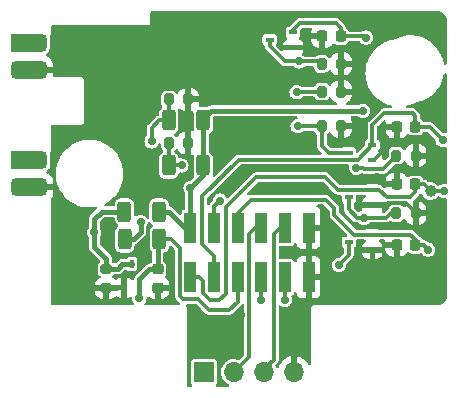
<source format=gbl>
G04 #@! TF.GenerationSoftware,KiCad,Pcbnew,(6.0.5)*
G04 #@! TF.CreationDate,2022-06-06T21:17:38+08:00*
G04 #@! TF.ProjectId,SX7H02060050-1,53583748-3032-4303-9630-3035302d312e,rev?*
G04 #@! TF.SameCoordinates,PX8af34a0PY598cce0*
G04 #@! TF.FileFunction,Copper,L2,Bot*
G04 #@! TF.FilePolarity,Positive*
%FSLAX46Y46*%
G04 Gerber Fmt 4.6, Leading zero omitted, Abs format (unit mm)*
G04 Created by KiCad (PCBNEW (6.0.5)) date 2022-06-06 21:17:38*
%MOMM*%
%LPD*%
G01*
G04 APERTURE LIST*
G04 Aperture macros list*
%AMRoundRect*
0 Rectangle with rounded corners*
0 $1 Rounding radius*
0 $2 $3 $4 $5 $6 $7 $8 $9 X,Y pos of 4 corners*
0 Add a 4 corners polygon primitive as box body*
4,1,4,$2,$3,$4,$5,$6,$7,$8,$9,$2,$3,0*
0 Add four circle primitives for the rounded corners*
1,1,$1+$1,$2,$3*
1,1,$1+$1,$4,$5*
1,1,$1+$1,$6,$7*
1,1,$1+$1,$8,$9*
0 Add four rect primitives between the rounded corners*
20,1,$1+$1,$2,$3,$4,$5,0*
20,1,$1+$1,$4,$5,$6,$7,0*
20,1,$1+$1,$6,$7,$8,$9,0*
20,1,$1+$1,$8,$9,$2,$3,0*%
G04 Aperture macros list end*
G04 #@! TA.AperFunction,ComponentPad*
%ADD10R,2.000000X1.500000*%
G04 #@! TD*
G04 #@! TA.AperFunction,ComponentPad*
%ADD11RoundRect,0.375000X-0.625000X-0.375000X0.625000X-0.375000X0.625000X0.375000X-0.625000X0.375000X0*%
G04 #@! TD*
G04 #@! TA.AperFunction,ComponentPad*
%ADD12R,1.700000X1.700000*%
G04 #@! TD*
G04 #@! TA.AperFunction,ComponentPad*
%ADD13O,1.700000X1.700000*%
G04 #@! TD*
G04 #@! TA.AperFunction,SMDPad,CuDef*
%ADD14R,0.700000X0.450000*%
G04 #@! TD*
G04 #@! TA.AperFunction,SMDPad,CuDef*
%ADD15RoundRect,0.225000X0.225000X0.250000X-0.225000X0.250000X-0.225000X-0.250000X0.225000X-0.250000X0*%
G04 #@! TD*
G04 #@! TA.AperFunction,SMDPad,CuDef*
%ADD16RoundRect,0.250000X0.312500X0.625000X-0.312500X0.625000X-0.312500X-0.625000X0.312500X-0.625000X0*%
G04 #@! TD*
G04 #@! TA.AperFunction,SMDPad,CuDef*
%ADD17RoundRect,0.200000X-0.200000X-0.275000X0.200000X-0.275000X0.200000X0.275000X-0.200000X0.275000X0*%
G04 #@! TD*
G04 #@! TA.AperFunction,SMDPad,CuDef*
%ADD18R,1.000000X2.580000*%
G04 #@! TD*
G04 #@! TA.AperFunction,SMDPad,CuDef*
%ADD19R,0.450000X0.700000*%
G04 #@! TD*
G04 #@! TA.AperFunction,SMDPad,CuDef*
%ADD20RoundRect,0.200000X-0.275000X0.200000X-0.275000X-0.200000X0.275000X-0.200000X0.275000X0.200000X0*%
G04 #@! TD*
G04 #@! TA.AperFunction,SMDPad,CuDef*
%ADD21C,1.000000*%
G04 #@! TD*
G04 #@! TA.AperFunction,SMDPad,CuDef*
%ADD22RoundRect,0.225000X-0.250000X0.225000X-0.250000X-0.225000X0.250000X-0.225000X0.250000X0.225000X0*%
G04 #@! TD*
G04 #@! TA.AperFunction,ViaPad*
%ADD23C,0.700000*%
G04 #@! TD*
G04 #@! TA.AperFunction,Conductor*
%ADD24C,0.400000*%
G04 #@! TD*
G04 #@! TA.AperFunction,Conductor*
%ADD25C,0.300000*%
G04 #@! TD*
G04 #@! TA.AperFunction,Conductor*
%ADD26C,0.250000*%
G04 #@! TD*
G04 APERTURE END LIST*
D10*
G04 #@! TO.P,SW202,1*
G04 #@! TO.N,Net-(R202-Pad1)*
X-13600000Y29350000D03*
D11*
X-12550000Y29350000D03*
G04 #@! TO.P,SW202,2*
G04 #@! TO.N,GND*
X-12550000Y27050000D03*
X-13600000Y27050000D03*
G04 #@! TD*
G04 #@! TO.P,SW201,1*
G04 #@! TO.N,Net-(R201-Pad1)*
X-12525000Y19425000D03*
D10*
X-13575000Y19425000D03*
D11*
G04 #@! TO.P,SW201,2*
G04 #@! TO.N,GND*
X-12525000Y17125000D03*
X-13575000Y17125000D03*
G04 #@! TD*
D12*
G04 #@! TO.P,J201,1,Pin_1*
G04 #@! TO.N,Net-(J201-Pad1)*
X1750000Y1475000D03*
D13*
G04 #@! TO.P,J201,2,Pin_2*
G04 #@! TO.N,/P_SW1_AI*
X4290000Y1475000D03*
G04 #@! TO.P,J201,3,Pin_3*
G04 #@! TO.N,/P_SW2_AI*
X6830000Y1475000D03*
G04 #@! TO.P,J201,4,Pin_4*
G04 #@! TO.N,GND*
X9370000Y1475000D03*
G04 #@! TD*
D14*
G04 #@! TO.P,Q204,1,B*
G04 #@! TO.N,/R_LED_OH*
X9300000Y30250000D03*
G04 #@! TO.P,Q204,2,E*
G04 #@! TO.N,GND*
X9300000Y28950000D03*
G04 #@! TO.P,Q204,3,C*
G04 #@! TO.N,Net-(D212-Pad2)*
X7300000Y29600000D03*
G04 #@! TD*
D15*
G04 #@! TO.P,C209,1*
G04 #@! TO.N,/R_LED_OH*
X13325000Y29900000D03*
G04 #@! TO.P,C209,2*
G04 #@! TO.N,GND*
X11775000Y29900000D03*
G04 #@! TD*
D16*
G04 #@! TO.P,R212,1*
G04 #@! TO.N,/M_LED_OH*
X-2037500Y12725000D03*
G04 #@! TO.P,R212,2*
G04 #@! TO.N,Net-(D207-Pad2)*
X-4962500Y12725000D03*
G04 #@! TD*
G04 #@! TO.P,R210,1*
G04 #@! TO.N,VCC*
X-2062500Y15050000D03*
G04 #@! TO.P,R210,2*
G04 #@! TO.N,Net-(D208-Pad2)*
X-4987500Y15050000D03*
G04 #@! TD*
D17*
G04 #@! TO.P,R225,1*
G04 #@! TO.N,Net-(D210-Pad2)*
X18025000Y14937500D03*
G04 #@! TO.P,R225,2*
G04 #@! TO.N,GND*
X19675000Y14937500D03*
G04 #@! TD*
G04 #@! TO.P,R216,1*
G04 #@! TO.N,Net-(D202-Pad2)*
X18025000Y19812500D03*
G04 #@! TO.P,R216,2*
G04 #@! TO.N,GND*
X19675000Y19812500D03*
G04 #@! TD*
D18*
G04 #@! TO.P,J202,1,Pin_1*
G04 #@! TO.N,VCC*
X600000Y13685000D03*
G04 #@! TO.P,J202,2,Pin_2*
G04 #@! TO.N,/P_LED_OH*
X600000Y9515000D03*
G04 #@! TO.P,J202,3,Pin_3*
G04 #@! TO.N,/R_LED_OH*
X2600000Y13685000D03*
G04 #@! TO.P,J202,4,Pin_4*
G04 #@! TO.N,/N_LED_OH*
X2600000Y9515000D03*
G04 #@! TO.P,J202,5,Pin_5*
G04 #@! TO.N,/D_LED_OH*
X4600000Y13685000D03*
G04 #@! TO.P,J202,6,Pin_6*
G04 #@! TO.N,/M_LED_OH*
X4600000Y9515000D03*
G04 #@! TO.P,J202,7,Pin_7*
G04 #@! TO.N,/P_SW1_AI*
X6600000Y13685000D03*
G04 #@! TO.P,J202,8,Pin_8*
G04 #@! TO.N,/RELEASE_SW1_AI*
X6600000Y9515000D03*
G04 #@! TO.P,J202,9,Pin_9*
G04 #@! TO.N,/P_SW2_AI*
X8600000Y13685000D03*
G04 #@! TO.P,J202,10,Pin_10*
G04 #@! TO.N,/RELEASE_SW2_AI*
X8600000Y9515000D03*
G04 #@! TO.P,J202,11,Pin_11*
G04 #@! TO.N,GND*
X10600000Y13685000D03*
G04 #@! TO.P,J202,12,Pin_12*
X10600000Y9515000D03*
G04 #@! TD*
D17*
G04 #@! TO.P,R214,1*
G04 #@! TO.N,Net-(D204-Pad2)*
X-1237000Y20875000D03*
G04 #@! TO.P,R214,2*
G04 #@! TO.N,GND*
X413000Y20875000D03*
G04 #@! TD*
D14*
G04 #@! TO.P,Q205,1,B*
G04 #@! TO.N,/N_LED_OH*
X16000000Y20700000D03*
G04 #@! TO.P,Q205,2,E*
G04 #@! TO.N,GND*
X16000000Y19400000D03*
G04 #@! TO.P,Q205,3,C*
G04 #@! TO.N,Net-(D214-Pad2)*
X14000000Y20050000D03*
G04 #@! TD*
D16*
G04 #@! TO.P,R209,1*
G04 #@! TO.N,VCC*
X1685500Y18970000D03*
G04 #@! TO.P,R209,2*
G04 #@! TO.N,Net-(D204-Pad2)*
X-1239500Y18970000D03*
G04 #@! TD*
D15*
G04 #@! TO.P,C208,1*
G04 #@! TO.N,/P_LED_OH*
X19625000Y17375000D03*
G04 #@! TO.P,C208,2*
G04 #@! TO.N,GND*
X18075000Y17375000D03*
G04 #@! TD*
D14*
G04 #@! TO.P,Q201,1,B*
G04 #@! TO.N,/D_LED_OH*
X16000000Y13125000D03*
G04 #@! TO.P,Q201,2,E*
G04 #@! TO.N,GND*
X16000000Y11825000D03*
G04 #@! TO.P,Q201,3,C*
G04 #@! TO.N,Net-(D206-Pad2)*
X14000000Y12475000D03*
G04 #@! TD*
D15*
G04 #@! TO.P,C206,1*
G04 #@! TO.N,/D_LED_OH*
X19600000Y12239000D03*
G04 #@! TO.P,C206,2*
G04 #@! TO.N,GND*
X18050000Y12239000D03*
G04 #@! TD*
D14*
G04 #@! TO.P,Q203,1,B*
G04 #@! TO.N,/P_LED_OH*
X16000000Y16912500D03*
G04 #@! TO.P,Q203,2,E*
G04 #@! TO.N,GND*
X16000000Y15612500D03*
G04 #@! TO.P,Q203,3,C*
G04 #@! TO.N,Net-(D210-Pad2)*
X14000000Y16262500D03*
G04 #@! TD*
D19*
G04 #@! TO.P,Q202,1,B*
G04 #@! TO.N,/M_LED_OH*
X-3725000Y8625000D03*
G04 #@! TO.P,Q202,2,E*
G04 #@! TO.N,GND*
X-5025000Y8625000D03*
G04 #@! TO.P,Q202,3,C*
G04 #@! TO.N,Net-(D208-Pad2)*
X-4375000Y10625000D03*
G04 #@! TD*
D17*
G04 #@! TO.P,R215,1*
G04 #@! TO.N,Net-(D201-Pad2)*
X11725000Y25233334D03*
G04 #@! TO.P,R215,2*
G04 #@! TO.N,GND*
X13375000Y25233334D03*
G04 #@! TD*
D15*
G04 #@! TO.P,C210,1*
G04 #@! TO.N,/N_LED_OH*
X19625000Y22250000D03*
G04 #@! TO.P,C210,2*
G04 #@! TO.N,GND*
X18075000Y22250000D03*
G04 #@! TD*
D17*
G04 #@! TO.P,R213,1*
G04 #@! TO.N,Net-(D203-Pad2)*
X-1237000Y24558000D03*
G04 #@! TO.P,R213,2*
G04 #@! TO.N,GND*
X413000Y24558000D03*
G04 #@! TD*
G04 #@! TO.P,R226,1*
G04 #@! TO.N,Net-(D212-Pad2)*
X11725000Y27566667D03*
G04 #@! TO.P,R226,2*
G04 #@! TO.N,GND*
X13375000Y27566667D03*
G04 #@! TD*
D20*
G04 #@! TO.P,R218,1*
G04 #@! TO.N,Net-(D208-Pad2)*
X-6525000Y10225000D03*
G04 #@! TO.P,R218,2*
G04 #@! TO.N,GND*
X-6525000Y8575000D03*
G04 #@! TD*
D17*
G04 #@! TO.P,R227,1*
G04 #@! TO.N,Net-(D214-Pad2)*
X11725000Y22275000D03*
G04 #@! TO.P,R227,2*
G04 #@! TO.N,GND*
X13375000Y22275000D03*
G04 #@! TD*
D16*
G04 #@! TO.P,R208,1*
G04 #@! TO.N,VCC*
X1685500Y22780000D03*
G04 #@! TO.P,R208,2*
G04 #@! TO.N,Net-(D203-Pad2)*
X-1239500Y22780000D03*
G04 #@! TD*
D21*
G04 #@! TO.P,TP217,1,1*
G04 #@! TO.N,/P_LED_OH*
X20924000Y16811000D03*
G04 #@! TD*
D22*
G04 #@! TO.P,C207,1*
G04 #@! TO.N,/M_LED_OH*
X-2175000Y10175000D03*
G04 #@! TO.P,C207,2*
G04 #@! TO.N,GND*
X-2175000Y8625000D03*
G04 #@! TD*
D23*
G04 #@! TO.N,VCC*
X600000Y17050000D03*
X15175000Y23600000D03*
G04 #@! TO.N,GND*
X12625000Y11825000D03*
X21550000Y13125000D03*
X14100000Y17725000D03*
X-10350000Y30325000D03*
X8775000Y26300000D03*
X9750000Y5675000D03*
X-1324500Y11287721D03*
X21475000Y24325000D03*
X-10325000Y10300000D03*
X-10150000Y27150000D03*
X2700000Y31400000D03*
X4525000Y26050000D03*
X400000Y31400000D03*
X16352000Y17954000D03*
X-1825000Y31450000D03*
X7900000Y22600000D03*
X21300000Y8075000D03*
X5525000Y22725000D03*
X12700000Y7800000D03*
X15750000Y7650000D03*
X10383000Y20621000D03*
X12325000Y13675000D03*
X-10175000Y15225000D03*
X18700000Y31225000D03*
X1725000Y26750000D03*
X14193000Y21129000D03*
X18575000Y7675000D03*
X-10275000Y12675000D03*
X-1350000Y29275000D03*
X-10400000Y7750000D03*
X4850000Y6350000D03*
X-1150000Y7625000D03*
X21350000Y31175000D03*
X-8725000Y27125000D03*
X-7750000Y7725000D03*
G04 #@! TO.N,/RELEASE_SW1_AI*
X6600000Y7550000D03*
G04 #@! TO.N,/RELEASE_SW2_AI*
X8600000Y7600000D03*
G04 #@! TO.N,/D_LED_OH*
X20725000Y11850000D03*
G04 #@! TO.N,/M_LED_OH*
X-3725000Y7750000D03*
G04 #@! TO.N,/P_LED_OH*
X22067000Y16811000D03*
G04 #@! TO.N,/R_LED_OH*
X3098521Y16000000D03*
X15450000Y29800000D03*
G04 #@! TO.N,/N_LED_OH*
X21940000Y21129000D03*
G04 #@! TO.N,Net-(D201-Pad2)*
X9591668Y25166668D03*
G04 #@! TO.N,Net-(D202-Pad2)*
X14650000Y18775989D03*
G04 #@! TO.N,Net-(D203-Pad2)*
X-2698000Y21002000D03*
G04 #@! TO.N,Net-(D204-Pad2)*
X-158000Y18970000D03*
G04 #@! TO.N,Net-(D206-Pad2)*
X13175000Y10550000D03*
G04 #@! TO.N,Net-(D207-Pad2)*
X-3625000Y14200000D03*
G04 #@! TO.N,Net-(D208-Pad2)*
X-7550000Y13300000D03*
G04 #@! TO.N,Net-(D210-Pad2)*
X15300000Y14550000D03*
G04 #@! TO.N,Net-(D212-Pad2)*
X9775000Y27775000D03*
G04 #@! TO.N,Net-(D214-Pad2)*
X9675000Y22300000D03*
G04 #@! TD*
D24*
G04 #@! TO.N,VCC*
X140000Y13685000D02*
X600000Y13685000D01*
X-1225000Y15050000D02*
X140000Y13685000D01*
X-2062500Y15050000D02*
X-1225000Y15050000D01*
X600000Y17050000D02*
X1700000Y18150000D01*
X600000Y13685000D02*
X600000Y17050000D01*
X1700000Y18150000D02*
X1700000Y22921500D01*
X1700000Y22921500D02*
X2378500Y23600000D01*
X2378500Y23600000D02*
X15175000Y23600000D01*
D25*
G04 #@! TO.N,GND*
X16000000Y15612500D02*
X17212500Y15612500D01*
X16000000Y19400000D02*
X16125000Y19400000D01*
X17362020Y15762020D02*
X18850480Y15762020D01*
X18850480Y15762020D02*
X19675000Y14937500D01*
X17212500Y15612500D02*
X17362020Y15762020D01*
X18075000Y21350000D02*
X18075000Y22250000D01*
X16125000Y19400000D02*
X18075000Y21350000D01*
G04 #@! TO.N,/RELEASE_SW1_AI*
X6600000Y7550000D02*
X6600000Y9515000D01*
G04 #@! TO.N,/RELEASE_SW2_AI*
X8600000Y7600000D02*
X8600000Y9515000D01*
G04 #@! TO.N,/P_SW2_AI*
X8185000Y13685000D02*
X8600000Y13685000D01*
X6830000Y1705000D02*
X7650000Y2525000D01*
X7650000Y2525000D02*
X7650000Y13150000D01*
X7650000Y13150000D02*
X8185000Y13685000D01*
X6830000Y1475000D02*
X6830000Y1705000D01*
G04 #@! TO.N,/P_SW1_AI*
X5575000Y13175000D02*
X5575000Y2760000D01*
X6085000Y13685000D02*
X5575000Y13175000D01*
X6600000Y13685000D02*
X6085000Y13685000D01*
X5575000Y2760000D02*
X4290000Y1475000D01*
G04 #@! TO.N,/D_LED_OH*
X5725000Y16075000D02*
X12050000Y16075000D01*
X19600000Y12725000D02*
X19600000Y12239000D01*
X12787500Y15337500D02*
X12787500Y14787500D01*
X19600000Y12239000D02*
X20336000Y12239000D01*
X16000000Y13125000D02*
X19200000Y13125000D01*
X12787500Y14787500D02*
X14450000Y13125000D01*
X20336000Y12239000D02*
X20725000Y11850000D01*
X12050000Y16075000D02*
X12787500Y15337500D01*
X14450000Y13125000D02*
X16000000Y13125000D01*
X4600000Y14950000D02*
X5725000Y16075000D01*
X19200000Y13125000D02*
X19600000Y12725000D01*
X4600000Y13685000D02*
X4600000Y14950000D01*
D24*
G04 #@! TO.N,/M_LED_OH*
X-3725000Y8625000D02*
X-3725000Y9325000D01*
X-2037500Y12725000D02*
X-2175000Y12587500D01*
D25*
X4600000Y7425000D02*
X4600000Y9515000D01*
D24*
X-3725000Y9325000D02*
X-2875000Y10175000D01*
D25*
X3900000Y6725000D02*
X4600000Y7425000D01*
X-1025000Y12725000D02*
X-324511Y12024511D01*
D24*
X-2175000Y12587500D02*
X-2175000Y10175000D01*
D25*
X-37011Y7662989D02*
X1256574Y7662989D01*
X-324511Y7950489D02*
X-37011Y7662989D01*
X-324511Y12024511D02*
X-324511Y7950489D01*
D24*
X-2875000Y10175000D02*
X-2175000Y10175000D01*
D25*
X1256574Y7662989D02*
X2194563Y6725000D01*
X2194563Y6725000D02*
X3900000Y6725000D01*
X-2037500Y12725000D02*
X-1025000Y12725000D01*
D24*
X-3725000Y8625000D02*
X-3725000Y7750000D01*
D25*
G04 #@! TO.N,/P_LED_OH*
X20924000Y16811000D02*
X20360000Y17375000D01*
X6187500Y17987500D02*
X3625000Y15425000D01*
X19625000Y16725000D02*
X19175000Y16275000D01*
X22067000Y16811000D02*
X20924000Y16811000D01*
X17200000Y16275000D02*
X16562500Y16912500D01*
X13087500Y16912500D02*
X12012500Y17987500D01*
X20360000Y17375000D02*
X20125000Y17375000D01*
X16000000Y16912500D02*
X13087500Y16912500D01*
X1310000Y9515000D02*
X600000Y9515000D01*
X1650000Y8150000D02*
X1650000Y9175000D01*
X19625000Y16750000D02*
X19625000Y16725000D01*
X16562500Y16912500D02*
X16000000Y16912500D01*
X3050000Y7550000D02*
X2250000Y7550000D01*
X19625000Y17375000D02*
X20125000Y17375000D01*
X12012500Y17987500D02*
X6187500Y17987500D01*
X2250000Y7550000D02*
X1650000Y8150000D01*
X3625000Y15425000D02*
X3625000Y8125000D01*
X19175000Y16275000D02*
X17200000Y16275000D01*
X19625000Y17375000D02*
X19625000Y16750000D01*
X1650000Y9175000D02*
X1310000Y9515000D01*
X3625000Y8125000D02*
X3050000Y7550000D01*
G04 #@! TO.N,/R_LED_OH*
X13325000Y30625000D02*
X13325000Y29900000D01*
X2600000Y15501479D02*
X3098521Y16000000D01*
X15350000Y29900000D02*
X15450000Y29800000D01*
X9875000Y31050000D02*
X12900000Y31050000D01*
X2600000Y13685000D02*
X2600000Y15501479D01*
X13325000Y29900000D02*
X15350000Y29900000D01*
X9300000Y30475000D02*
X9875000Y31050000D01*
X9300000Y30250000D02*
X9300000Y30475000D01*
X12900000Y31050000D02*
X13325000Y30625000D01*
G04 #@! TO.N,/N_LED_OH*
X19625000Y22250000D02*
X20650000Y22250000D01*
X19400000Y23400000D02*
X19625000Y23175000D01*
X4675489Y19475489D02*
X14775489Y19475489D01*
X20850000Y22219000D02*
X21940000Y21129000D01*
X16000000Y20700000D02*
X16000000Y22425000D01*
X1600000Y16400000D02*
X4675489Y19475489D01*
D26*
X20650000Y22250000D02*
X20819000Y22250000D01*
D25*
X2600000Y9515000D02*
X2600000Y11325000D01*
X16975000Y23400000D02*
X19400000Y23400000D01*
X20650000Y22250000D02*
X20850000Y22250000D01*
X1600000Y12325000D02*
X1600000Y16400000D01*
X2600000Y11325000D02*
X1600000Y12325000D01*
X14775489Y19475489D02*
X16000000Y20700000D01*
X20850000Y22250000D02*
X20850000Y22219000D01*
X19625000Y23175000D02*
X19625000Y22250000D01*
X16000000Y22425000D02*
X16975000Y23400000D01*
G04 #@! TO.N,Net-(D201-Pad2)*
X9658334Y25233334D02*
X9591668Y25166668D01*
X11725000Y25233334D02*
X9658334Y25233334D01*
G04 #@! TO.N,Net-(D202-Pad2)*
X15325000Y18675000D02*
X16887500Y18675000D01*
X14650000Y18775989D02*
X15224011Y18775989D01*
X15224011Y18775989D02*
X15325000Y18675000D01*
X16887500Y18675000D02*
X18025000Y19812500D01*
G04 #@! TO.N,Net-(D203-Pad2)*
X-1239500Y24555500D02*
X-1237000Y24558000D01*
X-2063000Y22780000D02*
X-1239500Y22780000D01*
X-1239500Y22780000D02*
X-1239500Y24555500D01*
X-2698000Y21002000D02*
X-2698000Y22145000D01*
X-2698000Y22145000D02*
X-2063000Y22780000D01*
G04 #@! TO.N,Net-(D204-Pad2)*
X-1239500Y20872500D02*
X-1237000Y20875000D01*
X-1239500Y18970000D02*
X-1239500Y20872500D01*
X-158000Y18970000D02*
X-1239500Y18970000D01*
G04 #@! TO.N,Net-(D206-Pad2)*
X14000000Y12475000D02*
X14000000Y11375000D01*
X14000000Y11375000D02*
X13175000Y10550000D01*
D24*
G04 #@! TO.N,Net-(D207-Pad2)*
X-4200000Y12725000D02*
X-3625000Y13300000D01*
X-4962500Y12725000D02*
X-4200000Y12725000D01*
X-3625000Y13300000D02*
X-3625000Y14200000D01*
G04 #@! TO.N,Net-(D208-Pad2)*
X-6525000Y10225000D02*
X-6525000Y11075000D01*
X-6925000Y15050000D02*
X-7550000Y14425000D01*
X-6525000Y11075000D02*
X-7550000Y12100000D01*
X-7550000Y12100000D02*
X-7550000Y13300000D01*
X-5575000Y10225000D02*
X-5175000Y10625000D01*
X-4987500Y15050000D02*
X-6925000Y15050000D01*
X-6525000Y10225000D02*
X-5575000Y10225000D01*
X-5175000Y10625000D02*
X-4375000Y10625000D01*
X-7550000Y14425000D02*
X-7550000Y13300000D01*
D25*
G04 #@! TO.N,Net-(D210-Pad2)*
X14000000Y15250000D02*
X14700000Y14550000D01*
X14700000Y14550000D02*
X17175000Y14550000D01*
X14000000Y16262500D02*
X14000000Y15250000D01*
X17175000Y14550000D02*
X17562500Y14937500D01*
X17562500Y14937500D02*
X18025000Y14937500D01*
G04 #@! TO.N,Net-(D212-Pad2)*
X7300000Y29075000D02*
X8600000Y27775000D01*
X8600000Y27775000D02*
X9775000Y27775000D01*
X7300000Y29600000D02*
X7300000Y29075000D01*
X11516667Y27775000D02*
X11725000Y27566667D01*
X9775000Y27775000D02*
X11516667Y27775000D01*
G04 #@! TO.N,Net-(D214-Pad2)*
X12300000Y20050000D02*
X14000000Y20050000D01*
X11700000Y22300000D02*
X11725000Y22275000D01*
X11725000Y20625000D02*
X12300000Y20050000D01*
X9675000Y22300000D02*
X11700000Y22300000D01*
X11725000Y22275000D02*
X11725000Y20625000D01*
G04 #@! TD*
G04 #@! TA.AperFunction,Conductor*
G04 #@! TO.N,GND*
G36*
X1104954Y7238487D02*
G01*
X1125928Y7221585D01*
X1502971Y6844543D01*
X1953840Y6393674D01*
X1962671Y6389174D01*
X1962673Y6389173D01*
X1968343Y6386284D01*
X1973723Y6383543D01*
X1990576Y6373216D01*
X2008634Y6360095D01*
X2029858Y6353199D01*
X2048124Y6345634D01*
X2068008Y6335502D01*
X2077801Y6333951D01*
X2090050Y6332011D01*
X2109276Y6327395D01*
X2121063Y6323565D01*
X2121065Y6323565D01*
X2130497Y6320500D01*
X3964066Y6320500D01*
X3973498Y6323565D01*
X3973500Y6323565D01*
X3985287Y6327395D01*
X4004513Y6332011D01*
X4016762Y6333951D01*
X4026555Y6335502D01*
X4046439Y6345634D01*
X4064705Y6353199D01*
X4076496Y6357030D01*
X4085929Y6360095D01*
X4103989Y6373216D01*
X4120846Y6383546D01*
X4140723Y6393674D01*
X4163501Y6416452D01*
X4163516Y6416466D01*
X4908534Y7161485D01*
X4931326Y7184277D01*
X4935827Y7193111D01*
X4941657Y7201135D01*
X4944513Y7199060D01*
X4980983Y7237673D01*
X5049899Y7254738D01*
X5117100Y7231836D01*
X5161251Y7176237D01*
X5170500Y7128854D01*
X5170500Y2979740D01*
X5150498Y2911619D01*
X5133595Y2890644D01*
X4789870Y2546920D01*
X4727558Y2512895D01*
X4654084Y2518987D01*
X4631217Y2528110D01*
X4610404Y2536414D01*
X4610400Y2536415D01*
X4605039Y2538554D01*
X4599379Y2539680D01*
X4599375Y2539681D01*
X4411613Y2577029D01*
X4411610Y2577029D01*
X4405946Y2578156D01*
X4400171Y2578232D01*
X4400167Y2578232D01*
X4298793Y2579559D01*
X4202971Y2580813D01*
X4197274Y2579834D01*
X4197273Y2579834D01*
X4008607Y2547415D01*
X4002910Y2546436D01*
X3812463Y2476176D01*
X3638010Y2372388D01*
X3633670Y2368582D01*
X3633666Y2368579D01*
X3552636Y2297517D01*
X3485392Y2238545D01*
X3359720Y2079131D01*
X3357031Y2074020D01*
X3357029Y2074017D01*
X3312704Y1989769D01*
X3265203Y1899485D01*
X3205007Y1705622D01*
X3181148Y1504036D01*
X3194424Y1301478D01*
X3195845Y1295882D01*
X3195846Y1295877D01*
X3214863Y1221000D01*
X3244392Y1104731D01*
X3246809Y1099488D01*
X3284010Y1018792D01*
X3329377Y920384D01*
X3446533Y754611D01*
X3450675Y750576D01*
X3507637Y695087D01*
X3591938Y612965D01*
X3760720Y500188D01*
X3766023Y497910D01*
X3766026Y497908D01*
X3811754Y478262D01*
X3866447Y432994D01*
X3887984Y365342D01*
X3869527Y296787D01*
X3816936Y249093D01*
X3762016Y236494D01*
X2879229Y236494D01*
X2811108Y256496D01*
X2764615Y310152D01*
X2754511Y380426D01*
X2781940Y440484D01*
X2783484Y441516D01*
X2839734Y525699D01*
X2854500Y599933D01*
X2854499Y2350066D01*
X2839734Y2424301D01*
X2829436Y2439714D01*
X2790377Y2498168D01*
X2783484Y2508484D01*
X2699301Y2564734D01*
X2625067Y2579500D01*
X1750142Y2579500D01*
X874934Y2579499D01*
X839182Y2572388D01*
X812874Y2567156D01*
X812872Y2567155D01*
X800699Y2564734D01*
X790379Y2557839D01*
X790378Y2557838D01*
X745888Y2528110D01*
X716516Y2508484D01*
X660266Y2424301D01*
X645500Y2350067D01*
X645501Y599934D01*
X660266Y525699D01*
X667161Y515380D01*
X667162Y515378D01*
X691963Y478262D01*
X714184Y445006D01*
X716516Y441516D01*
X715674Y440953D01*
X743892Y389277D01*
X738827Y318462D01*
X696280Y261626D01*
X629760Y236815D01*
X620771Y236494D01*
X428096Y236494D01*
X359975Y256496D01*
X313482Y310152D01*
X302096Y362494D01*
X302096Y6844543D01*
X304517Y6869125D01*
X304661Y6869849D01*
X307082Y6882019D01*
X295493Y6940284D01*
X294732Y6944109D01*
X289751Y6969151D01*
X289750Y6969152D01*
X287330Y6981320D01*
X233094Y7062489D01*
X211880Y7130239D01*
X230663Y7198706D01*
X283479Y7246150D01*
X337860Y7258489D01*
X1036833Y7258489D01*
X1104954Y7238487D01*
G37*
G04 #@! TD.AperFunction*
G04 #@! TA.AperFunction,Conductor*
G36*
X11860880Y17562998D02*
G01*
X11881854Y17546096D01*
X12332874Y17095077D01*
X12846777Y16581174D01*
X12855608Y16576674D01*
X12855610Y16576673D01*
X12861588Y16573627D01*
X12866658Y16571044D01*
X12883517Y16560713D01*
X12893550Y16553423D01*
X12893552Y16553422D01*
X12901572Y16547595D01*
X12911001Y16544531D01*
X12911006Y16544529D01*
X12922800Y16540697D01*
X12941068Y16533130D01*
X12952107Y16527505D01*
X12952109Y16527504D01*
X12960945Y16523002D01*
X12982813Y16519539D01*
X12982987Y16519511D01*
X13002213Y16514895D01*
X13014000Y16511065D01*
X13014002Y16511065D01*
X13023434Y16508000D01*
X13269500Y16508000D01*
X13337621Y16487998D01*
X13384114Y16434342D01*
X13395500Y16382000D01*
X13395501Y16193224D01*
X13395501Y16012434D01*
X13402612Y15976682D01*
X13404645Y15966462D01*
X13410266Y15938199D01*
X13417161Y15927880D01*
X13417162Y15927878D01*
X13447809Y15882012D01*
X13466516Y15854016D01*
X13486930Y15840376D01*
X13539502Y15805248D01*
X13585030Y15750771D01*
X13595500Y15700483D01*
X13595500Y15185934D01*
X13598565Y15176502D01*
X13598565Y15176500D01*
X13602395Y15164713D01*
X13607011Y15145487D01*
X13610502Y15123445D01*
X13615003Y15114612D01*
X13620633Y15103562D01*
X13628199Y15085296D01*
X13635095Y15064071D01*
X13640925Y15056047D01*
X13648216Y15046011D01*
X13658545Y15029156D01*
X13668674Y15009277D01*
X13691452Y14986499D01*
X13691465Y14986485D01*
X14368674Y14309277D01*
X14459277Y14218674D01*
X14479164Y14208541D01*
X14496022Y14198209D01*
X14514071Y14185096D01*
X14523506Y14182031D01*
X14523507Y14182030D01*
X14535296Y14178199D01*
X14553560Y14170634D01*
X14573445Y14160502D01*
X14594969Y14157093D01*
X14595493Y14157010D01*
X14614718Y14152394D01*
X14624133Y14149335D01*
X14635934Y14145501D01*
X14668162Y14145501D01*
X14668166Y14145500D01*
X14791566Y14145500D01*
X14859687Y14125498D01*
X14868503Y14118393D01*
X14868866Y14118866D01*
X14978727Y14034566D01*
X14995142Y14021970D01*
X15002772Y14018810D01*
X15002773Y14018809D01*
X15134566Y13964219D01*
X15134570Y13964218D01*
X15142194Y13961060D01*
X15300000Y13940284D01*
X15457806Y13961060D01*
X15465430Y13964218D01*
X15465434Y13964219D01*
X15597227Y14018809D01*
X15597228Y14018810D01*
X15604858Y14021970D01*
X15621274Y14034566D01*
X15731134Y14118866D01*
X15733205Y14116167D01*
X15781651Y14142621D01*
X15808434Y14145500D01*
X17239066Y14145500D01*
X17248498Y14148565D01*
X17248500Y14148565D01*
X17260287Y14152395D01*
X17279513Y14157011D01*
X17291762Y14158951D01*
X17301555Y14160502D01*
X17321439Y14170634D01*
X17339705Y14178199D01*
X17351496Y14182030D01*
X17360929Y14185095D01*
X17378989Y14198216D01*
X17395846Y14208546D01*
X17400676Y14211007D01*
X17415723Y14218674D01*
X17438511Y14241462D01*
X17438515Y14241465D01*
X17443160Y14246110D01*
X17443924Y14246527D01*
X17444630Y14247188D01*
X17444638Y14247195D01*
X17444803Y14247007D01*
X17505472Y14280136D01*
X17576287Y14275071D01*
X17593682Y14265646D01*
X17594025Y14266294D01*
X17602345Y14261889D01*
X17609924Y14256291D01*
X17738873Y14211007D01*
X17746515Y14210285D01*
X17746518Y14210284D01*
X17761421Y14208876D01*
X17770685Y14208000D01*
X18024828Y14208000D01*
X18279314Y14208001D01*
X18282262Y14208280D01*
X18282271Y14208280D01*
X18303478Y14210284D01*
X18303480Y14210284D01*
X18311127Y14211007D01*
X18440076Y14256291D01*
X18550010Y14337490D01*
X18602612Y14408708D01*
X18659174Y14451619D01*
X18729956Y14457138D01*
X18792486Y14423514D01*
X18817628Y14382291D01*
X18819591Y14383177D01*
X18828921Y14362512D01*
X18909824Y14228926D01*
X18919131Y14217057D01*
X19029557Y14106631D01*
X19041426Y14097324D01*
X19175012Y14016421D01*
X19188757Y14010215D01*
X19338644Y13963244D01*
X19351694Y13960631D01*
X19406586Y13955587D01*
X19418124Y13958975D01*
X19419329Y13960365D01*
X19421000Y13968048D01*
X19421000Y13972616D01*
X19929000Y13972616D01*
X19933475Y13957377D01*
X19934865Y13956172D01*
X19939294Y13955209D01*
X19998315Y13960632D01*
X20011351Y13963243D01*
X20161243Y14010215D01*
X20174988Y14016421D01*
X20308574Y14097324D01*
X20320443Y14106631D01*
X20430869Y14217057D01*
X20440176Y14228926D01*
X20521079Y14362512D01*
X20527285Y14376257D01*
X20574256Y14526144D01*
X20576869Y14539194D01*
X20582734Y14603021D01*
X20583000Y14608809D01*
X20583000Y14665385D01*
X20578525Y14680624D01*
X20577135Y14681829D01*
X20569452Y14683500D01*
X19947115Y14683500D01*
X19931876Y14679025D01*
X19930671Y14677635D01*
X19929000Y14669952D01*
X19929000Y13972616D01*
X19421000Y13972616D01*
X19421000Y15209615D01*
X19929000Y15209615D01*
X19933475Y15194376D01*
X19934865Y15193171D01*
X19942548Y15191500D01*
X20564884Y15191500D01*
X20580123Y15195975D01*
X20581328Y15197365D01*
X20582999Y15205048D01*
X20582999Y15266205D01*
X20582736Y15271954D01*
X20576868Y15335815D01*
X20574257Y15348851D01*
X20527285Y15498743D01*
X20521079Y15512488D01*
X20440176Y15646074D01*
X20430869Y15657943D01*
X20320443Y15768369D01*
X20308574Y15777676D01*
X20174988Y15858579D01*
X20161243Y15864785D01*
X20011356Y15911756D01*
X19998306Y15914369D01*
X19943414Y15919413D01*
X19931876Y15916025D01*
X19930671Y15914635D01*
X19929000Y15906952D01*
X19929000Y15209615D01*
X19421000Y15209615D01*
X19421000Y15896760D01*
X19441002Y15964881D01*
X19457905Y15985855D01*
X19933535Y16461485D01*
X19933538Y16461489D01*
X19956326Y16484277D01*
X19966455Y16504156D01*
X19976784Y16521011D01*
X19984076Y16531048D01*
X19989905Y16539071D01*
X19992192Y16546109D01*
X20039982Y16596709D01*
X20108896Y16613775D01*
X20176098Y16590874D01*
X20220250Y16535276D01*
X20223051Y16527685D01*
X20234748Y16492521D01*
X20250780Y16466049D01*
X20302975Y16379866D01*
X20322435Y16347733D01*
X20327326Y16342668D01*
X20327327Y16342667D01*
X20347163Y16322126D01*
X20440021Y16225969D01*
X20581660Y16133283D01*
X20740315Y16074280D01*
X20747296Y16073349D01*
X20747298Y16073348D01*
X20901118Y16052824D01*
X20901122Y16052824D01*
X20908099Y16051893D01*
X20915110Y16052531D01*
X20915114Y16052531D01*
X21069652Y16066595D01*
X21076673Y16067234D01*
X21223751Y16115023D01*
X21230959Y16117365D01*
X21237659Y16119542D01*
X21328428Y16173651D01*
X21377004Y16202608D01*
X21377006Y16202609D01*
X21383056Y16206216D01*
X21449359Y16269355D01*
X21500537Y16318090D01*
X21500539Y16318092D01*
X21505638Y16322948D01*
X21508287Y16326935D01*
X21566653Y16365767D01*
X21637640Y16366893D01*
X21680765Y16345414D01*
X21762142Y16282970D01*
X21769772Y16279810D01*
X21769773Y16279809D01*
X21901566Y16225219D01*
X21901570Y16225218D01*
X21909194Y16222060D01*
X22067000Y16201284D01*
X22156262Y16213036D01*
X22226410Y16202097D01*
X22279509Y16154969D01*
X22298708Y16088161D01*
X22301704Y7999431D01*
X22301738Y7906939D01*
X22300659Y7890444D01*
X22282241Y7750590D01*
X22276088Y7703865D01*
X22267575Y7672096D01*
X22209244Y7531280D01*
X22205155Y7521410D01*
X22188714Y7492933D01*
X22089407Y7363498D01*
X22066140Y7340231D01*
X21936740Y7240946D01*
X21908262Y7224504D01*
X21757561Y7162076D01*
X21725782Y7153561D01*
X21602714Y7137362D01*
X21561694Y7138704D01*
X21559783Y7139084D01*
X21547611Y7141505D01*
X21534714Y7138940D01*
X21510135Y7136519D01*
X11085087Y7136519D01*
X11060508Y7138940D01*
X11047611Y7141505D01*
X11035439Y7139084D01*
X11033529Y7138704D01*
X11022544Y7136519D01*
X10948310Y7121753D01*
X10937991Y7114858D01*
X10917373Y7101081D01*
X10864127Y7065503D01*
X10857234Y7055187D01*
X10829860Y7014219D01*
X10807877Y6981320D01*
X10805457Y6969151D01*
X10805456Y6969149D01*
X10803847Y6961060D01*
X10799715Y6940284D01*
X10788125Y6882019D01*
X10790546Y6869849D01*
X10790690Y6869125D01*
X10793111Y6844543D01*
X10793111Y2202192D01*
X10773109Y2134071D01*
X10719453Y2087578D01*
X10649179Y2077474D01*
X10584599Y2106968D01*
X10561319Y2133752D01*
X10452427Y2302074D01*
X10446136Y2310243D01*
X10302806Y2467760D01*
X10295273Y2474785D01*
X10128139Y2606778D01*
X10119552Y2612483D01*
X9933117Y2715401D01*
X9923705Y2719631D01*
X9722959Y2790720D01*
X9712988Y2793354D01*
X9641837Y2806028D01*
X9628540Y2804568D01*
X9624000Y2790011D01*
X9624000Y1347000D01*
X9603998Y1278879D01*
X9550342Y1232386D01*
X9498000Y1221000D01*
X9242000Y1221000D01*
X9173879Y1241002D01*
X9127386Y1294658D01*
X9116000Y1347000D01*
X9116000Y2791898D01*
X9112082Y2805242D01*
X9097806Y2807229D01*
X9059324Y2801340D01*
X9049288Y2798949D01*
X8846868Y2732788D01*
X8837359Y2728791D01*
X8648463Y2630458D01*
X8639738Y2624964D01*
X8469433Y2497095D01*
X8461726Y2490252D01*
X8314590Y2336283D01*
X8308104Y2328273D01*
X8233960Y2219582D01*
X8188622Y2182425D01*
X8180440Y2137863D01*
X8093338Y1950217D01*
X8089777Y1940536D01*
X8085291Y1924360D01*
X8047813Y1864061D01*
X7983684Y1833597D01*
X7913266Y1842640D01*
X7858915Y1888318D01*
X7850867Y1902301D01*
X7843761Y1916711D01*
X7807731Y1989772D01*
X7795542Y2059711D01*
X7823101Y2125141D01*
X7831643Y2134593D01*
X7958535Y2261485D01*
X7958538Y2261489D01*
X7977057Y2280008D01*
X8009121Y2297517D01*
X8009996Y2329389D01*
X8012805Y2336182D01*
X8014904Y2339071D01*
X8017968Y2348502D01*
X8017970Y2348505D01*
X8021801Y2360295D01*
X8029365Y2378557D01*
X8034995Y2389606D01*
X8034996Y2389610D01*
X8039498Y2398445D01*
X8042988Y2420483D01*
X8047605Y2439714D01*
X8051435Y2451501D01*
X8054500Y2460934D01*
X8054500Y7001119D01*
X8074502Y7069240D01*
X8128158Y7115733D01*
X8198432Y7125837D01*
X8257204Y7101081D01*
X8295142Y7071970D01*
X8302772Y7068810D01*
X8302773Y7068809D01*
X8434566Y7014219D01*
X8434570Y7014218D01*
X8442194Y7011060D01*
X8600000Y6990284D01*
X8757806Y7011060D01*
X8765430Y7014218D01*
X8765434Y7014219D01*
X8897227Y7068809D01*
X8897228Y7068810D01*
X8904858Y7071970D01*
X8959424Y7113840D01*
X9024584Y7163840D01*
X9031134Y7168866D01*
X9055895Y7201135D01*
X9123002Y7288589D01*
X9123003Y7288591D01*
X9128030Y7295142D01*
X9142587Y7330286D01*
X9185781Y7434566D01*
X9185782Y7434570D01*
X9188940Y7442194D01*
X9209716Y7600000D01*
X9188940Y7757806D01*
X9156964Y7835004D01*
X9149375Y7905593D01*
X9181155Y7969080D01*
X9203368Y7987984D01*
X9283484Y8041516D01*
X9339734Y8125699D01*
X9346318Y8158801D01*
X9379224Y8221710D01*
X9440919Y8256843D01*
X9511814Y8253043D01*
X9569400Y8211519D01*
X9595160Y8147826D01*
X9597895Y8122648D01*
X9601521Y8107396D01*
X9646676Y7986946D01*
X9655214Y7971351D01*
X9731715Y7869276D01*
X9744276Y7856715D01*
X9846351Y7780214D01*
X9861946Y7771676D01*
X9982394Y7726522D01*
X9997649Y7722895D01*
X10048514Y7717369D01*
X10055328Y7717000D01*
X10327885Y7717000D01*
X10343124Y7721475D01*
X10344329Y7722865D01*
X10346000Y7730548D01*
X10346000Y7735116D01*
X10854000Y7735116D01*
X10858475Y7719877D01*
X10859865Y7718672D01*
X10867548Y7717001D01*
X11144669Y7717001D01*
X11151490Y7717371D01*
X11202352Y7722895D01*
X11217604Y7726521D01*
X11338054Y7771676D01*
X11353649Y7780214D01*
X11455724Y7856715D01*
X11468285Y7869276D01*
X11544786Y7971351D01*
X11553324Y7986946D01*
X11598478Y8107394D01*
X11602105Y8122649D01*
X11607631Y8173514D01*
X11608000Y8180328D01*
X11608000Y9242885D01*
X11603525Y9258124D01*
X11602135Y9259329D01*
X11594452Y9261000D01*
X10872115Y9261000D01*
X10856876Y9256525D01*
X10855671Y9255135D01*
X10854000Y9247452D01*
X10854000Y7735116D01*
X10346000Y7735116D01*
X10346000Y9787115D01*
X10854000Y9787115D01*
X10858475Y9771876D01*
X10859865Y9770671D01*
X10867548Y9769000D01*
X11589884Y9769000D01*
X11605123Y9773475D01*
X11606328Y9774865D01*
X11607999Y9782548D01*
X11607999Y10849669D01*
X11607629Y10856490D01*
X11602105Y10907352D01*
X11598479Y10922604D01*
X11553324Y11043054D01*
X11544786Y11058649D01*
X11468285Y11160724D01*
X11455724Y11173285D01*
X11353649Y11249786D01*
X11338054Y11258324D01*
X11217606Y11303478D01*
X11202351Y11307105D01*
X11151486Y11312631D01*
X11144672Y11313000D01*
X10872115Y11313000D01*
X10856876Y11308525D01*
X10855671Y11307135D01*
X10854000Y11299452D01*
X10854000Y9787115D01*
X10346000Y9787115D01*
X10346000Y11294884D01*
X10341525Y11310123D01*
X10340135Y11311328D01*
X10332452Y11312999D01*
X10055331Y11312999D01*
X10048510Y11312629D01*
X9997648Y11307105D01*
X9982396Y11303479D01*
X9861946Y11258324D01*
X9846351Y11249786D01*
X9744276Y11173285D01*
X9731715Y11160724D01*
X9655214Y11058649D01*
X9646676Y11043054D01*
X9601522Y10922606D01*
X9597895Y10907351D01*
X9595159Y10882171D01*
X9567916Y10816609D01*
X9509553Y10776184D01*
X9438599Y10773729D01*
X9377581Y10810025D01*
X9346318Y10871198D01*
X9339734Y10904301D01*
X9330064Y10918774D01*
X9290377Y10978168D01*
X9283484Y10988484D01*
X9199301Y11044734D01*
X9125067Y11059500D01*
X9066928Y11059500D01*
X8180500Y11059499D01*
X8112379Y11079501D01*
X8065886Y11133157D01*
X8054500Y11185499D01*
X8054500Y12014500D01*
X8074502Y12082621D01*
X8128158Y12129114D01*
X8180500Y12140500D01*
X9066910Y12140501D01*
X9125066Y12140501D01*
X9160818Y12147612D01*
X9187126Y12152844D01*
X9187128Y12152845D01*
X9199301Y12155266D01*
X9209621Y12162161D01*
X9209622Y12162162D01*
X9273168Y12204623D01*
X9283484Y12211516D01*
X9339734Y12295699D01*
X9346318Y12328801D01*
X9379224Y12391710D01*
X9440919Y12426843D01*
X9511814Y12423043D01*
X9569400Y12381519D01*
X9595160Y12317826D01*
X9597895Y12292648D01*
X9601521Y12277396D01*
X9646676Y12156946D01*
X9655214Y12141351D01*
X9731715Y12039276D01*
X9744276Y12026715D01*
X9846351Y11950214D01*
X9861946Y11941676D01*
X9982394Y11896522D01*
X9997649Y11892895D01*
X10048514Y11887369D01*
X10055328Y11887000D01*
X10327885Y11887000D01*
X10343124Y11891475D01*
X10344329Y11892865D01*
X10346000Y11900548D01*
X10346000Y11905116D01*
X10854000Y11905116D01*
X10858475Y11889877D01*
X10859865Y11888672D01*
X10867548Y11887001D01*
X11144669Y11887001D01*
X11151490Y11887371D01*
X11202352Y11892895D01*
X11217604Y11896521D01*
X11338054Y11941676D01*
X11353649Y11950214D01*
X11455724Y12026715D01*
X11468285Y12039276D01*
X11544786Y12141351D01*
X11553324Y12156946D01*
X11598478Y12277394D01*
X11602105Y12292649D01*
X11607631Y12343514D01*
X11608000Y12350328D01*
X11608000Y13412885D01*
X11603525Y13428124D01*
X11602135Y13429329D01*
X11594452Y13431000D01*
X10872115Y13431000D01*
X10856876Y13426525D01*
X10855671Y13425135D01*
X10854000Y13417452D01*
X10854000Y11905116D01*
X10346000Y11905116D01*
X10346000Y13813000D01*
X10366002Y13881121D01*
X10419658Y13927614D01*
X10472000Y13939000D01*
X11589884Y13939000D01*
X11605123Y13943475D01*
X11606328Y13944865D01*
X11607999Y13952548D01*
X11607999Y15019669D01*
X11607629Y15026490D01*
X11602105Y15077352D01*
X11598479Y15092604D01*
X11553324Y15213054D01*
X11544786Y15228649D01*
X11468285Y15330724D01*
X11455724Y15343285D01*
X11353649Y15419786D01*
X11330182Y15432634D01*
X11331507Y15435055D01*
X11286105Y15469164D01*
X11261408Y15535726D01*
X11276618Y15605074D01*
X11326906Y15655191D01*
X11387102Y15670500D01*
X11830259Y15670500D01*
X11898380Y15650498D01*
X11919354Y15633596D01*
X12346095Y15206856D01*
X12380120Y15144543D01*
X12383000Y15117760D01*
X12383000Y14723434D01*
X12386065Y14714002D01*
X12386065Y14714000D01*
X12389895Y14702213D01*
X12394511Y14682987D01*
X12398002Y14660945D01*
X12402503Y14652112D01*
X12408133Y14641062D01*
X12415699Y14622796D01*
X12422595Y14601571D01*
X12432765Y14587573D01*
X12435716Y14583511D01*
X12446045Y14566656D01*
X12456174Y14546777D01*
X12478962Y14523989D01*
X12478965Y14523985D01*
X13833356Y13169594D01*
X13867382Y13107282D01*
X13862317Y13036467D01*
X13819770Y12979631D01*
X13753250Y12954820D01*
X13744269Y12954499D01*
X13624934Y12954499D01*
X13597352Y12949013D01*
X13562874Y12942156D01*
X13562872Y12942155D01*
X13550699Y12939734D01*
X13540379Y12932839D01*
X13540378Y12932838D01*
X13504007Y12908535D01*
X13466516Y12883484D01*
X13410266Y12799301D01*
X13395500Y12725067D01*
X13395501Y12224934D01*
X13398170Y12211516D01*
X13406904Y12167604D01*
X13410266Y12150699D01*
X13417161Y12140380D01*
X13417162Y12140378D01*
X13448524Y12093442D01*
X13466516Y12066516D01*
X13525177Y12027320D01*
X13539502Y12017748D01*
X13585030Y11963271D01*
X13595500Y11912983D01*
X13595500Y11594740D01*
X13575498Y11526619D01*
X13558595Y11505645D01*
X13248493Y11195543D01*
X13186181Y11161517D01*
X13174922Y11160307D01*
X13175000Y11159716D01*
X13017194Y11138940D01*
X13009570Y11135782D01*
X13009566Y11135781D01*
X12877773Y11081191D01*
X12870142Y11078030D01*
X12863591Y11073003D01*
X12863589Y11073002D01*
X12817763Y11037838D01*
X12743866Y10981134D01*
X12738840Y10974584D01*
X12675569Y10892128D01*
X12646970Y10854858D01*
X12643810Y10847228D01*
X12643809Y10847227D01*
X12589219Y10715434D01*
X12589218Y10715430D01*
X12586060Y10707806D01*
X12565284Y10550000D01*
X12586060Y10392194D01*
X12589218Y10384570D01*
X12589219Y10384566D01*
X12642423Y10256120D01*
X12646970Y10245142D01*
X12651997Y10238591D01*
X12651998Y10238589D01*
X12708174Y10165380D01*
X12743866Y10118866D01*
X12750416Y10113840D01*
X12855971Y10032844D01*
X12870142Y10021970D01*
X12877772Y10018810D01*
X12877773Y10018809D01*
X13009566Y9964219D01*
X13009570Y9964218D01*
X13017194Y9961060D01*
X13175000Y9940284D01*
X13332806Y9961060D01*
X13340430Y9964218D01*
X13340434Y9964219D01*
X13472227Y10018809D01*
X13472228Y10018810D01*
X13479858Y10021970D01*
X13494030Y10032844D01*
X13599584Y10113840D01*
X13606134Y10118866D01*
X13641826Y10165380D01*
X13698002Y10238589D01*
X13698003Y10238591D01*
X13703030Y10245142D01*
X13707577Y10256120D01*
X13760781Y10384566D01*
X13760782Y10384570D01*
X13763940Y10392194D01*
X13784716Y10550000D01*
X13788089Y10549556D01*
X13803640Y10602519D01*
X13820543Y10623493D01*
X14308535Y11111485D01*
X14308538Y11111489D01*
X14331326Y11134277D01*
X14341457Y11154160D01*
X14351787Y11171017D01*
X14359076Y11181050D01*
X14364904Y11189071D01*
X14367969Y11198503D01*
X14371801Y11210295D01*
X14379365Y11228557D01*
X14384995Y11239606D01*
X14384996Y11239610D01*
X14389498Y11248445D01*
X14392988Y11270483D01*
X14397605Y11289714D01*
X14401435Y11301501D01*
X14404500Y11310934D01*
X14404500Y11555331D01*
X15142001Y11555331D01*
X15142371Y11548510D01*
X15147895Y11497648D01*
X15151521Y11482396D01*
X15196676Y11361946D01*
X15205214Y11346351D01*
X15281715Y11244276D01*
X15294276Y11231715D01*
X15396351Y11155214D01*
X15411946Y11146676D01*
X15532394Y11101522D01*
X15547649Y11097895D01*
X15598514Y11092369D01*
X15605328Y11092000D01*
X15756885Y11092000D01*
X15772124Y11096475D01*
X15773329Y11097865D01*
X15775000Y11105548D01*
X15775000Y11110116D01*
X16225000Y11110116D01*
X16229475Y11094877D01*
X16230865Y11093672D01*
X16238548Y11092001D01*
X16394669Y11092001D01*
X16401490Y11092371D01*
X16452352Y11097895D01*
X16467604Y11101521D01*
X16588054Y11146676D01*
X16603649Y11155214D01*
X16705724Y11231715D01*
X16718285Y11244276D01*
X16794786Y11346351D01*
X16803324Y11361946D01*
X16848478Y11482394D01*
X16852105Y11497649D01*
X16857631Y11548514D01*
X16858000Y11555328D01*
X16858000Y11581885D01*
X16853525Y11597124D01*
X16852135Y11598329D01*
X16844452Y11600000D01*
X16243115Y11600000D01*
X16227876Y11595525D01*
X16226671Y11594135D01*
X16225000Y11586452D01*
X16225000Y11110116D01*
X15775000Y11110116D01*
X15775000Y11581885D01*
X15770525Y11597124D01*
X15769135Y11598329D01*
X15761452Y11600000D01*
X15160116Y11600000D01*
X15144877Y11595525D01*
X15143672Y11594135D01*
X15142001Y11586452D01*
X15142001Y11555331D01*
X14404500Y11555331D01*
X14404500Y11912983D01*
X14413479Y11943562D01*
X17092000Y11943562D01*
X17092337Y11937047D01*
X17101894Y11844943D01*
X17104788Y11831544D01*
X17154381Y11682893D01*
X17160555Y11669714D01*
X17242788Y11536827D01*
X17251824Y11525426D01*
X17362429Y11415014D01*
X17373840Y11406002D01*
X17506880Y11323996D01*
X17520061Y11317849D01*
X17668814Y11268509D01*
X17682190Y11265642D01*
X17773097Y11256328D01*
X17778126Y11256071D01*
X17793124Y11260475D01*
X17794329Y11261865D01*
X17796000Y11269548D01*
X17796000Y11966885D01*
X17791525Y11982124D01*
X17790135Y11983329D01*
X17782452Y11985000D01*
X17110115Y11985000D01*
X17094876Y11980525D01*
X17092000Y11977206D01*
X17092000Y11943562D01*
X14413479Y11943562D01*
X14424502Y11981104D01*
X14460498Y12017748D01*
X14474824Y12027320D01*
X14533484Y12066516D01*
X14589734Y12150699D01*
X14604500Y12224933D01*
X14604499Y12594501D01*
X14624501Y12662620D01*
X14678156Y12709113D01*
X14730499Y12720500D01*
X15319303Y12720500D01*
X15387424Y12700498D01*
X15433917Y12646842D01*
X15444021Y12576568D01*
X15414527Y12511988D01*
X15394868Y12493674D01*
X15294276Y12418285D01*
X15281715Y12405724D01*
X15205214Y12303649D01*
X15196676Y12288054D01*
X15151522Y12167606D01*
X15147895Y12152351D01*
X15142369Y12101486D01*
X15142000Y12094672D01*
X15142000Y12068115D01*
X15146475Y12052876D01*
X15147865Y12051671D01*
X15155548Y12050000D01*
X16839884Y12050000D01*
X16855123Y12054475D01*
X16857999Y12057794D01*
X16857999Y12094669D01*
X16857629Y12101490D01*
X16852105Y12152352D01*
X16848479Y12167604D01*
X16803324Y12288054D01*
X16794786Y12303649D01*
X16718285Y12405724D01*
X16705724Y12418285D01*
X16605132Y12493674D01*
X16562617Y12550533D01*
X16557591Y12621351D01*
X16591651Y12683645D01*
X16653982Y12717635D01*
X16680697Y12720500D01*
X16971159Y12720500D01*
X17039280Y12700498D01*
X17085773Y12646842D01*
X17096503Y12581659D01*
X17092328Y12540906D01*
X17092000Y12534486D01*
X17092000Y12511115D01*
X17096475Y12495876D01*
X17097865Y12494671D01*
X17105548Y12493000D01*
X18178000Y12493000D01*
X18246121Y12472998D01*
X18292614Y12419342D01*
X18304000Y12367000D01*
X18304000Y11274115D01*
X18308475Y11258876D01*
X18309865Y11257671D01*
X18317548Y11256000D01*
X18320438Y11256000D01*
X18326953Y11256337D01*
X18419057Y11265894D01*
X18432456Y11268788D01*
X18581107Y11318381D01*
X18594286Y11324555D01*
X18727173Y11406788D01*
X18738574Y11415824D01*
X18848986Y11526429D01*
X18857998Y11537840D01*
X18886514Y11584102D01*
X18939286Y11631595D01*
X19009358Y11643019D01*
X19069339Y11618812D01*
X19135179Y11569468D01*
X19135182Y11569466D01*
X19142365Y11564083D01*
X19150769Y11560933D01*
X19150770Y11560932D01*
X19263581Y11518642D01*
X19263582Y11518642D01*
X19270976Y11515870D01*
X19278826Y11515017D01*
X19278827Y11515017D01*
X19316466Y11510928D01*
X19329611Y11509500D01*
X19599920Y11509500D01*
X19870388Y11509501D01*
X19873782Y11509870D01*
X19873788Y11509870D01*
X19921166Y11515016D01*
X19921170Y11515017D01*
X19929024Y11515870D01*
X20057635Y11564083D01*
X20058001Y11563105D01*
X20119360Y11576526D01*
X20185909Y11551791D01*
X20210475Y11527542D01*
X20293866Y11418866D01*
X20300416Y11413840D01*
X20409474Y11330156D01*
X20420142Y11321970D01*
X20427772Y11318810D01*
X20427773Y11318809D01*
X20559566Y11264219D01*
X20559570Y11264218D01*
X20567194Y11261060D01*
X20725000Y11240284D01*
X20882806Y11261060D01*
X20890430Y11264218D01*
X20890434Y11264219D01*
X21022227Y11318809D01*
X21022228Y11318810D01*
X21029858Y11321970D01*
X21040527Y11330156D01*
X21149584Y11413840D01*
X21156134Y11418866D01*
X21204883Y11482396D01*
X21248002Y11538589D01*
X21248003Y11538591D01*
X21253030Y11545142D01*
X21257249Y11555328D01*
X21310781Y11684566D01*
X21310782Y11684570D01*
X21313940Y11692194D01*
X21334716Y11850000D01*
X21313940Y12007806D01*
X21310782Y12015430D01*
X21310781Y12015434D01*
X21256191Y12147227D01*
X21256190Y12147228D01*
X21253030Y12154858D01*
X21247426Y12162162D01*
X21161160Y12274584D01*
X21156134Y12281134D01*
X21078833Y12340450D01*
X21036411Y12373002D01*
X21036409Y12373003D01*
X21029858Y12378030D01*
X21021435Y12381519D01*
X20890434Y12435781D01*
X20890430Y12435782D01*
X20882806Y12438940D01*
X20725000Y12459716D01*
X20725444Y12463089D01*
X20672481Y12478640D01*
X20651507Y12495543D01*
X20599515Y12547535D01*
X20599511Y12547538D01*
X20576723Y12570326D01*
X20556844Y12580455D01*
X20539989Y12590784D01*
X20529953Y12598075D01*
X20521929Y12603905D01*
X20500704Y12610801D01*
X20482438Y12618367D01*
X20462555Y12628498D01*
X20440513Y12631989D01*
X20421287Y12636605D01*
X20409500Y12640435D01*
X20409498Y12640435D01*
X20400066Y12643500D01*
X20365908Y12643500D01*
X20297787Y12663502D01*
X20255386Y12708994D01*
X20253070Y12713224D01*
X20249917Y12721635D01*
X20167544Y12831544D01*
X20112006Y12873168D01*
X20064817Y12908535D01*
X20064814Y12908537D01*
X20057635Y12913917D01*
X20007163Y12932838D01*
X19964015Y12949013D01*
X19919149Y12977900D01*
X19840723Y13056326D01*
X19463523Y13433527D01*
X19463515Y13433535D01*
X19463511Y13433538D01*
X19440723Y13456326D01*
X19420844Y13466455D01*
X19403989Y13476784D01*
X19393953Y13484075D01*
X19385929Y13489905D01*
X19364704Y13496801D01*
X19346438Y13504367D01*
X19326555Y13514498D01*
X19304513Y13517989D01*
X19285287Y13522605D01*
X19273500Y13526435D01*
X19273498Y13526435D01*
X19264066Y13529500D01*
X16577668Y13529500D01*
X16507668Y13550734D01*
X16449301Y13589734D01*
X16375067Y13604500D01*
X16000061Y13604500D01*
X15624934Y13604499D01*
X15589182Y13597388D01*
X15562874Y13592156D01*
X15562872Y13592155D01*
X15550699Y13589734D01*
X15492332Y13550734D01*
X15422332Y13529500D01*
X14669740Y13529500D01*
X14601619Y13549502D01*
X14580645Y13566405D01*
X13228905Y14918145D01*
X13194879Y14980457D01*
X13192000Y15007240D01*
X13192000Y15401566D01*
X13186437Y15418689D01*
X13185105Y15422787D01*
X13180489Y15442013D01*
X13179881Y15445854D01*
X13176998Y15464055D01*
X13168555Y15480626D01*
X13166870Y15483932D01*
X13159303Y15502200D01*
X13155471Y15513994D01*
X13155469Y15513999D01*
X13152405Y15523428D01*
X13144763Y15533947D01*
X13139287Y15541483D01*
X13128954Y15558345D01*
X13123326Y15569391D01*
X13118826Y15578223D01*
X13028223Y15668826D01*
X12313515Y16383535D01*
X12313511Y16383538D01*
X12290723Y16406326D01*
X12270844Y16416455D01*
X12253989Y16426784D01*
X12245433Y16433000D01*
X12235929Y16439905D01*
X12214704Y16446801D01*
X12196438Y16454367D01*
X12176555Y16464498D01*
X12154513Y16467989D01*
X12135287Y16472605D01*
X12123500Y16476435D01*
X12123498Y16476435D01*
X12114066Y16479500D01*
X5660934Y16479500D01*
X5651501Y16476435D01*
X5639714Y16472605D01*
X5620483Y16467988D01*
X5617274Y16467480D01*
X5608244Y16466050D01*
X5608243Y16466050D01*
X5598445Y16464498D01*
X5589610Y16459996D01*
X5589606Y16459995D01*
X5578557Y16454365D01*
X5560296Y16446801D01*
X5553655Y16444643D01*
X5482687Y16442614D01*
X5421888Y16479274D01*
X5390561Y16542986D01*
X5398652Y16613520D01*
X5425620Y16653570D01*
X6318145Y17546095D01*
X6380457Y17580121D01*
X6407240Y17583000D01*
X11792759Y17583000D01*
X11860880Y17562998D01*
G37*
G04 #@! TD.AperFunction*
G04 #@! TA.AperFunction,Conductor*
G36*
X21539160Y32035123D02*
G01*
X21725752Y32010562D01*
X21757531Y32002047D01*
X21908228Y31939620D01*
X21936706Y31923178D01*
X22066108Y31823892D01*
X22089375Y31800625D01*
X22188685Y31671187D01*
X22205126Y31642710D01*
X22246365Y31543159D01*
X22267542Y31492036D01*
X22276056Y31460264D01*
X22277218Y31451435D01*
X22292254Y31337235D01*
X22290911Y31296208D01*
X22290515Y31294217D01*
X22290515Y31294214D01*
X22288094Y31282043D01*
X22290515Y31269873D01*
X22290515Y31269872D01*
X22290673Y31269078D01*
X22293095Y31244543D01*
X22293976Y28865715D01*
X22294445Y27597774D01*
X22274468Y27529646D01*
X22220830Y27483133D01*
X22150560Y27473003D01*
X22085968Y27502472D01*
X22047562Y27562184D01*
X22043783Y27579414D01*
X22025087Y27706680D01*
X22024573Y27710182D01*
X22021983Y27719998D01*
X21957320Y27964982D01*
X21953468Y27979576D01*
X21951720Y27987140D01*
X21943341Y28029267D01*
X21943341Y28029268D01*
X21940920Y28041437D01*
X21933284Y28052866D01*
X21920591Y28077270D01*
X21836509Y28293883D01*
X21826739Y28319054D01*
X21810608Y28349855D01*
X21679633Y28599930D01*
X21677990Y28603067D01*
X21597469Y28722124D01*
X21500356Y28865715D01*
X21500352Y28865720D01*
X21498378Y28868639D01*
X21492312Y28875742D01*
X21310795Y29088271D01*
X21290160Y29112431D01*
X21115515Y29275699D01*
X21058540Y29328963D01*
X21058533Y29328969D01*
X21055956Y29331378D01*
X20798710Y29522725D01*
X20795658Y29524502D01*
X20795654Y29524505D01*
X20524711Y29682289D01*
X20521658Y29684067D01*
X20228283Y29813374D01*
X20224917Y29814426D01*
X20224912Y29814428D01*
X19925651Y29907966D01*
X19925653Y29907966D01*
X19922276Y29909021D01*
X19918810Y29909690D01*
X19918807Y29909691D01*
X19610945Y29969137D01*
X19610937Y29969138D01*
X19607483Y29969805D01*
X19423419Y29984292D01*
X19291376Y29994685D01*
X19291369Y29994685D01*
X19287864Y29994961D01*
X19121148Y29989348D01*
X18970961Y29984292D01*
X18970954Y29984291D01*
X18967438Y29984173D01*
X18963945Y29983660D01*
X18963946Y29983660D01*
X18653740Y29938092D01*
X18653738Y29938092D01*
X18650235Y29937577D01*
X18646820Y29936676D01*
X18646812Y29936674D01*
X18416190Y29875804D01*
X18343553Y29856632D01*
X18340092Y29856222D01*
X18329269Y29850161D01*
X18329268Y29850161D01*
X18328617Y29849796D01*
X18305993Y29839901D01*
X18157994Y29791812D01*
X17628565Y29619786D01*
X17426221Y29554039D01*
X17402095Y29548746D01*
X17389037Y29547200D01*
X17385906Y29545446D01*
X17090315Y29430705D01*
X16806308Y29281954D01*
X16540741Y29102340D01*
X16538061Y29100051D01*
X16299639Y28896415D01*
X16299632Y28896408D01*
X16296954Y28894121D01*
X16078013Y28659916D01*
X16028192Y28592936D01*
X15897371Y28417057D01*
X15886670Y28402671D01*
X15884896Y28399624D01*
X15884893Y28399620D01*
X15849425Y28338713D01*
X15725334Y28125619D01*
X15723910Y28122388D01*
X15597454Y27835476D01*
X15597451Y27835467D01*
X15596031Y27832246D01*
X15500388Y27526240D01*
X15439609Y27211449D01*
X15439333Y27207941D01*
X15439332Y27207934D01*
X15421566Y26982177D01*
X15414456Y26891833D01*
X15418294Y26777885D01*
X15424799Y26584754D01*
X15425248Y26571410D01*
X15425760Y26567928D01*
X15425760Y26567923D01*
X15456728Y26357128D01*
X15471847Y26254210D01*
X15521999Y26064203D01*
X15542844Y25985229D01*
X15544595Y25977655D01*
X15548141Y25959827D01*
X15555471Y25922979D01*
X15563158Y25911475D01*
X15575852Y25887070D01*
X15619235Y25775306D01*
X15669681Y25645345D01*
X15729509Y25531113D01*
X15772480Y25449068D01*
X15818429Y25361335D01*
X15820402Y25358418D01*
X15820406Y25358411D01*
X15901026Y25239209D01*
X15998041Y25095766D01*
X16000326Y25093091D01*
X16000328Y25093088D01*
X16046363Y25039188D01*
X16206257Y24851977D01*
X16208836Y24849566D01*
X16208837Y24849565D01*
X16437875Y24635448D01*
X16437882Y24635443D01*
X16440459Y24633033D01*
X16443289Y24630928D01*
X16443295Y24630923D01*
X16614154Y24503834D01*
X16697703Y24441688D01*
X16700755Y24439911D01*
X16700759Y24439908D01*
X16781037Y24393158D01*
X16974752Y24280348D01*
X17268124Y24151042D01*
X17271497Y24149988D01*
X17271499Y24149987D01*
X17352996Y24124514D01*
X17574129Y24055396D01*
X17580246Y24054215D01*
X17580838Y24053910D01*
X17581031Y24053861D01*
X17581020Y24053816D01*
X17643339Y24021660D01*
X17678816Y23960162D01*
X17675413Y23889247D01*
X17634210Y23831430D01*
X17568290Y23805066D01*
X17556357Y23804500D01*
X16910934Y23804500D01*
X16901501Y23801435D01*
X16889714Y23797605D01*
X16870483Y23792988D01*
X16865487Y23792197D01*
X16858244Y23791050D01*
X16858243Y23791050D01*
X16848445Y23789498D01*
X16839610Y23784996D01*
X16839606Y23784995D01*
X16828557Y23779365D01*
X16810295Y23771801D01*
X16798503Y23767969D01*
X16798501Y23767968D01*
X16789071Y23764904D01*
X16771017Y23751787D01*
X16754160Y23741457D01*
X16734277Y23731326D01*
X16711489Y23708538D01*
X16711485Y23708535D01*
X15691465Y22688515D01*
X15691462Y22688511D01*
X15668674Y22665723D01*
X15662822Y22654238D01*
X15658546Y22645846D01*
X15648216Y22628989D01*
X15635095Y22610929D01*
X15632030Y22601496D01*
X15628199Y22589705D01*
X15620634Y22571439D01*
X15610502Y22551555D01*
X15608951Y22541762D01*
X15607011Y22529513D01*
X15602395Y22510287D01*
X15595500Y22489066D01*
X15595500Y21262017D01*
X15575498Y21193896D01*
X15539503Y21157253D01*
X15466516Y21108484D01*
X15410266Y21024301D01*
X15395500Y20950067D01*
X15395501Y20817589D01*
X15395501Y20719742D01*
X15375499Y20651621D01*
X15358596Y20630646D01*
X14819594Y20091644D01*
X14757282Y20057618D01*
X14686467Y20062683D01*
X14629631Y20105230D01*
X14604820Y20171750D01*
X14604499Y20180739D01*
X14604499Y20300066D01*
X14595322Y20346208D01*
X14592156Y20362126D01*
X14592155Y20362128D01*
X14589734Y20374301D01*
X14569687Y20404304D01*
X14540377Y20448168D01*
X14533484Y20458484D01*
X14449301Y20514734D01*
X14375067Y20529500D01*
X14000061Y20529500D01*
X13624934Y20529499D01*
X13595929Y20523730D01*
X13562874Y20517156D01*
X13562872Y20517155D01*
X13550699Y20514734D01*
X13492332Y20475734D01*
X13422332Y20454500D01*
X12519740Y20454500D01*
X12451619Y20474502D01*
X12430645Y20491405D01*
X12166405Y20755645D01*
X12132379Y20817957D01*
X12129500Y20844740D01*
X12129500Y21522401D01*
X12149502Y21590522D01*
X12180640Y21623752D01*
X12242439Y21669398D01*
X12250010Y21674990D01*
X12270054Y21702127D01*
X12302613Y21746208D01*
X12359174Y21789119D01*
X12429956Y21794638D01*
X12492486Y21761014D01*
X12517628Y21719791D01*
X12519591Y21720677D01*
X12528921Y21700012D01*
X12609824Y21566426D01*
X12619131Y21554557D01*
X12729557Y21444131D01*
X12741426Y21434824D01*
X12875012Y21353921D01*
X12888757Y21347715D01*
X13038644Y21300744D01*
X13051694Y21298131D01*
X13106586Y21293087D01*
X13118124Y21296475D01*
X13119329Y21297865D01*
X13121000Y21305548D01*
X13121000Y21310116D01*
X13629000Y21310116D01*
X13633475Y21294877D01*
X13634865Y21293672D01*
X13639294Y21292709D01*
X13698315Y21298132D01*
X13711351Y21300743D01*
X13861243Y21347715D01*
X13874988Y21353921D01*
X14008574Y21434824D01*
X14020443Y21444131D01*
X14130869Y21554557D01*
X14140176Y21566426D01*
X14221079Y21700012D01*
X14227285Y21713757D01*
X14274256Y21863644D01*
X14276869Y21876694D01*
X14282734Y21940521D01*
X14283000Y21946309D01*
X14283000Y22002885D01*
X14278525Y22018124D01*
X14277135Y22019329D01*
X14269452Y22021000D01*
X13647115Y22021000D01*
X13631876Y22016525D01*
X13630671Y22015135D01*
X13629000Y22007452D01*
X13629000Y21310116D01*
X13121000Y21310116D01*
X13121000Y22403000D01*
X13141002Y22471121D01*
X13194658Y22517614D01*
X13247000Y22529000D01*
X14264884Y22529000D01*
X14280123Y22533475D01*
X14281328Y22534865D01*
X14282999Y22542548D01*
X14282999Y22603705D01*
X14282736Y22609454D01*
X14276868Y22673315D01*
X14274257Y22686351D01*
X14227285Y22836243D01*
X14221077Y22849992D01*
X14157949Y22954229D01*
X14139770Y23022858D01*
X14161580Y23090422D01*
X14216456Y23135468D01*
X14265725Y23145500D01*
X14731545Y23145500D01*
X14799666Y23125498D01*
X14808250Y23119462D01*
X14870142Y23071970D01*
X14877771Y23068810D01*
X15009566Y23014219D01*
X15009570Y23014218D01*
X15017194Y23011060D01*
X15175000Y22990284D01*
X15332806Y23011060D01*
X15340430Y23014218D01*
X15340434Y23014219D01*
X15472227Y23068809D01*
X15472228Y23068810D01*
X15479858Y23071970D01*
X15522011Y23104315D01*
X15599584Y23163840D01*
X15606134Y23168866D01*
X15683523Y23269720D01*
X15698002Y23288589D01*
X15698003Y23288591D01*
X15703030Y23295142D01*
X15717581Y23330272D01*
X15760781Y23434566D01*
X15760782Y23434570D01*
X15763940Y23442194D01*
X15784716Y23600000D01*
X15763940Y23757806D01*
X15760782Y23765430D01*
X15760781Y23765434D01*
X15706191Y23897227D01*
X15706190Y23897228D01*
X15703030Y23904858D01*
X15654878Y23967611D01*
X15611160Y24024584D01*
X15606134Y24031134D01*
X15575114Y24054937D01*
X15486411Y24123002D01*
X15486408Y24123004D01*
X15479858Y24128030D01*
X15434905Y24146650D01*
X15340434Y24185781D01*
X15340430Y24185782D01*
X15332806Y24188940D01*
X15175000Y24209716D01*
X15017194Y24188940D01*
X15009570Y24185782D01*
X15009566Y24185781D01*
X14915095Y24146650D01*
X14870142Y24128030D01*
X14863592Y24123004D01*
X14808250Y24080538D01*
X14742029Y24054937D01*
X14731545Y24054500D01*
X13881961Y24054500D01*
X13813840Y24074502D01*
X13767347Y24128158D01*
X13757243Y24198432D01*
X13786737Y24263012D01*
X13844282Y24300734D01*
X13861243Y24306049D01*
X13874988Y24312255D01*
X14008574Y24393158D01*
X14020443Y24402465D01*
X14130869Y24512891D01*
X14140176Y24524760D01*
X14221079Y24658346D01*
X14227285Y24672091D01*
X14274256Y24821978D01*
X14276869Y24835028D01*
X14282734Y24898855D01*
X14283000Y24904643D01*
X14283000Y24961219D01*
X14278525Y24976458D01*
X14277135Y24977663D01*
X14269452Y24979334D01*
X13247000Y24979334D01*
X13178879Y24999336D01*
X13132386Y25052992D01*
X13121000Y25105334D01*
X13121000Y25505449D01*
X13629000Y25505449D01*
X13633475Y25490210D01*
X13634865Y25489005D01*
X13642548Y25487334D01*
X14264884Y25487334D01*
X14280123Y25491809D01*
X14281328Y25493199D01*
X14282999Y25500882D01*
X14282999Y25562039D01*
X14282736Y25567788D01*
X14276868Y25631649D01*
X14274257Y25644685D01*
X14227285Y25794577D01*
X14221079Y25808322D01*
X14140176Y25941908D01*
X14130869Y25953777D01*
X14020443Y26064203D01*
X14008574Y26073510D01*
X13874988Y26154413D01*
X13861243Y26160619D01*
X13711356Y26207590D01*
X13698306Y26210203D01*
X13643414Y26215247D01*
X13631876Y26211859D01*
X13630671Y26210469D01*
X13629000Y26202786D01*
X13629000Y25505449D01*
X13121000Y25505449D01*
X13121000Y26198218D01*
X13116525Y26213457D01*
X13115135Y26214662D01*
X13110706Y26215625D01*
X13051685Y26210202D01*
X13038649Y26207591D01*
X12888757Y26160619D01*
X12875012Y26154413D01*
X12741426Y26073510D01*
X12729557Y26064203D01*
X12619131Y25953777D01*
X12609824Y25941908D01*
X12528921Y25808322D01*
X12519591Y25787657D01*
X12517144Y25788762D01*
X12484755Y25740297D01*
X12419655Y25711967D01*
X12349574Y25723330D01*
X12302613Y25762126D01*
X12255602Y25825773D01*
X12250010Y25833344D01*
X12140076Y25914543D01*
X12011127Y25959827D01*
X12003485Y25960549D01*
X12003482Y25960550D01*
X11988579Y25961958D01*
X11979315Y25962834D01*
X11725172Y25962834D01*
X11470686Y25962833D01*
X11467738Y25962554D01*
X11467729Y25962554D01*
X11446522Y25960550D01*
X11446520Y25960550D01*
X11438873Y25959827D01*
X11309924Y25914543D01*
X11199990Y25833344D01*
X11194398Y25825773D01*
X11124384Y25730983D01*
X11124383Y25730980D01*
X11118791Y25723410D01*
X11115672Y25714528D01*
X11111262Y25706199D01*
X11108106Y25707870D01*
X11076879Y25664438D01*
X11010849Y25638351D01*
X10999443Y25637834D01*
X10013403Y25637834D01*
X9945282Y25657836D01*
X9936699Y25663872D01*
X9903079Y25689670D01*
X9903077Y25689671D01*
X9896526Y25694698D01*
X9868760Y25706199D01*
X9757102Y25752449D01*
X9757098Y25752450D01*
X9749474Y25755608D01*
X9591668Y25776384D01*
X9433862Y25755608D01*
X9426238Y25752450D01*
X9426234Y25752449D01*
X9314576Y25706199D01*
X9286810Y25694698D01*
X9280259Y25689671D01*
X9280257Y25689670D01*
X9221632Y25644685D01*
X9160534Y25597802D01*
X9155508Y25591252D01*
X9069434Y25479079D01*
X9063638Y25471526D01*
X9060478Y25463896D01*
X9060477Y25463895D01*
X9005887Y25332102D01*
X9005886Y25332098D01*
X9002728Y25324474D01*
X8981952Y25166668D01*
X9002728Y25008862D01*
X9005886Y25001238D01*
X9005887Y25001234D01*
X9053074Y24887314D01*
X9063638Y24861810D01*
X9068665Y24855259D01*
X9068666Y24855257D01*
X9141899Y24759819D01*
X9160534Y24735534D01*
X9167084Y24730508D01*
X9243214Y24672091D01*
X9286810Y24638638D01*
X9294440Y24635478D01*
X9294441Y24635477D01*
X9426234Y24580887D01*
X9426238Y24580886D01*
X9433862Y24577728D01*
X9591668Y24556952D01*
X9749474Y24577728D01*
X9757098Y24580886D01*
X9757102Y24580887D01*
X9888895Y24635477D01*
X9888896Y24635478D01*
X9896526Y24638638D01*
X9940123Y24672091D01*
X10016252Y24730508D01*
X10022802Y24735534D01*
X10056569Y24779540D01*
X10113906Y24821406D01*
X10156530Y24828834D01*
X10999443Y24828834D01*
X11067564Y24808832D01*
X11110034Y24759819D01*
X11111262Y24760469D01*
X11115672Y24752140D01*
X11118791Y24743258D01*
X11124383Y24735688D01*
X11124384Y24735685D01*
X11147387Y24704542D01*
X11199990Y24633324D01*
X11309924Y24552125D01*
X11438873Y24506841D01*
X11446515Y24506119D01*
X11446518Y24506118D01*
X11461421Y24504710D01*
X11470685Y24503834D01*
X11724828Y24503834D01*
X11979314Y24503835D01*
X11982262Y24504114D01*
X11982271Y24504114D01*
X12003478Y24506118D01*
X12003480Y24506118D01*
X12011127Y24506841D01*
X12140076Y24552125D01*
X12250010Y24633324D01*
X12302612Y24704542D01*
X12359174Y24747453D01*
X12429956Y24752972D01*
X12492486Y24719348D01*
X12517628Y24678125D01*
X12519591Y24679011D01*
X12528921Y24658346D01*
X12609824Y24524760D01*
X12619131Y24512891D01*
X12729557Y24402465D01*
X12741426Y24393158D01*
X12875012Y24312255D01*
X12888757Y24306049D01*
X12905718Y24300734D01*
X12964740Y24261276D01*
X12993060Y24196173D01*
X12981687Y24126093D01*
X12934231Y24073287D01*
X12868039Y24054500D01*
X2412956Y24054500D01*
X2398147Y24055373D01*
X2373415Y24058300D01*
X2364062Y24059407D01*
X2354798Y24057715D01*
X2354795Y24057715D01*
X2305820Y24048771D01*
X2301918Y24048122D01*
X2252664Y24040716D01*
X2252661Y24040715D01*
X2243349Y24039315D01*
X2236782Y24036162D01*
X2229617Y24034853D01*
X2177033Y24007538D01*
X2173543Y24005795D01*
X2120147Y23980154D01*
X2114852Y23975259D01*
X2114713Y23975166D01*
X2108334Y23971852D01*
X2103246Y23967506D01*
X2082145Y23946405D01*
X2019833Y23912379D01*
X1993050Y23909500D01*
X1409468Y23909500D01*
X1341347Y23929502D01*
X1294854Y23983158D01*
X1284750Y24053432D01*
X1289233Y24073178D01*
X1312257Y24146650D01*
X1314869Y24159694D01*
X1320734Y24223521D01*
X1321000Y24229309D01*
X1321000Y24285885D01*
X1316525Y24301124D01*
X1315135Y24302329D01*
X1307452Y24304000D01*
X685115Y24304000D01*
X669876Y24299525D01*
X668671Y24298135D01*
X667000Y24290452D01*
X667000Y23593116D01*
X671475Y23577877D01*
X672865Y23576672D01*
X677293Y23575709D01*
X731103Y23580653D01*
X800768Y23566967D01*
X851975Y23517790D01*
X867410Y23452756D01*
X868500Y23452756D01*
X868500Y22107244D01*
X875202Y22045552D01*
X877974Y22038157D01*
X877975Y22038154D01*
X885391Y22018371D01*
X890574Y21947564D01*
X856652Y21885195D01*
X794396Y21851067D01*
X742669Y21850596D01*
X736314Y21851869D01*
X681414Y21856913D01*
X669876Y21853525D01*
X668671Y21852135D01*
X667000Y21844452D01*
X667000Y19910116D01*
X671475Y19894877D01*
X672865Y19893672D01*
X677294Y19892709D01*
X736315Y19898132D01*
X742663Y19899403D01*
X813386Y19893169D01*
X869511Y19849689D01*
X893219Y19782768D01*
X885391Y19731629D01*
X883788Y19727352D01*
X875202Y19704448D01*
X868500Y19642756D01*
X868500Y18297244D01*
X868869Y18293848D01*
X868869Y18293847D01*
X874198Y18244798D01*
X875202Y18235552D01*
X911526Y18138658D01*
X919688Y18116885D01*
X924871Y18046078D01*
X890801Y17983561D01*
X592190Y17684950D01*
X529878Y17650924D01*
X519545Y17649124D01*
X504288Y17647115D01*
X450379Y17640018D01*
X450376Y17640017D01*
X442194Y17638940D01*
X434570Y17635782D01*
X434566Y17635781D01*
X302773Y17581191D01*
X295142Y17578030D01*
X288591Y17573003D01*
X288589Y17573002D01*
X255812Y17547851D01*
X168866Y17481134D01*
X163840Y17474584D01*
X90998Y17379655D01*
X71970Y17354858D01*
X68810Y17347228D01*
X68809Y17347227D01*
X14219Y17215434D01*
X14218Y17215430D01*
X11060Y17207806D01*
X-9716Y17050000D01*
X11060Y16892194D01*
X14218Y16884570D01*
X14219Y16884566D01*
X27342Y16852885D01*
X71970Y16745142D01*
X76996Y16738592D01*
X119462Y16683250D01*
X145063Y16617029D01*
X145500Y16606545D01*
X145500Y15346941D01*
X125498Y15278820D01*
X71842Y15232327D01*
X44079Y15223362D01*
X12874Y15217156D01*
X12872Y15217155D01*
X699Y15214734D01*
X-9621Y15207839D01*
X-9622Y15207838D01*
X-66323Y15169951D01*
X-83484Y15158484D01*
X-139734Y15074301D01*
X-154500Y15000067D01*
X-154500Y14926450D01*
X-174502Y14858329D01*
X-228158Y14811836D01*
X-298432Y14801732D01*
X-363012Y14831226D01*
X-369595Y14837355D01*
X-879251Y15347011D01*
X-889106Y15358100D01*
X-901603Y15373952D01*
X-910359Y15385059D01*
X-935238Y15402254D01*
X-959094Y15418742D01*
X-962287Y15421024D01*
X-1009924Y15456209D01*
X-1016797Y15458623D01*
X-1022789Y15462764D01*
X-1079278Y15480629D01*
X-1082999Y15481871D01*
X-1138874Y15501493D01*
X-1144806Y15501726D01*
X-1150674Y15503209D01*
X-1153111Y15503980D01*
X-1152501Y15505908D01*
X-1206628Y15533947D01*
X-1242006Y15595501D01*
X-1245500Y15624967D01*
X-1245500Y15722756D01*
X-1247296Y15739288D01*
X-1251349Y15776597D01*
X-1251349Y15776598D01*
X-1252202Y15784448D01*
X-1257194Y15797766D01*
X-1272090Y15837500D01*
X-1302929Y15919764D01*
X-1308309Y15926943D01*
X-1308311Y15926946D01*
X-1384215Y16028224D01*
X-1389596Y16035404D01*
X-1444744Y16076735D01*
X-1498054Y16116689D01*
X-1498057Y16116691D01*
X-1505236Y16122071D01*
X-1620908Y16165434D01*
X-1633157Y16170026D01*
X-1633159Y16170026D01*
X-1640552Y16172798D01*
X-1648402Y16173651D01*
X-1648403Y16173651D01*
X-1698847Y16179131D01*
X-1698848Y16179131D01*
X-1702244Y16179500D01*
X-2422756Y16179500D01*
X-2426152Y16179131D01*
X-2426153Y16179131D01*
X-2476597Y16173651D01*
X-2476598Y16173651D01*
X-2484448Y16172798D01*
X-2491841Y16170026D01*
X-2491843Y16170026D01*
X-2504092Y16165434D01*
X-2619764Y16122071D01*
X-2626943Y16116691D01*
X-2626946Y16116689D01*
X-2680256Y16076735D01*
X-2735404Y16035404D01*
X-2740785Y16028224D01*
X-2816689Y15926946D01*
X-2816691Y15926943D01*
X-2822071Y15919764D01*
X-2852910Y15837500D01*
X-2867805Y15797766D01*
X-2872798Y15784448D01*
X-2873651Y15776598D01*
X-2873651Y15776597D01*
X-2877704Y15739288D01*
X-2879500Y15722756D01*
X-2879500Y14592629D01*
X-2899502Y14524508D01*
X-2953158Y14478015D01*
X-3023432Y14467911D01*
X-3088012Y14497405D01*
X-3105462Y14515925D01*
X-3188840Y14624584D01*
X-3193866Y14631134D01*
X-3248841Y14673318D01*
X-3313589Y14723002D01*
X-3313591Y14723003D01*
X-3320142Y14728030D01*
X-3327773Y14731191D01*
X-3459566Y14785781D01*
X-3459570Y14785782D01*
X-3467194Y14788940D01*
X-3625000Y14809716D01*
X-3782806Y14788940D01*
X-3790430Y14785782D01*
X-3790434Y14785781D01*
X-3922227Y14731191D01*
X-3929858Y14728030D01*
X-3936409Y14723003D01*
X-3936411Y14723002D01*
X-3967796Y14698919D01*
X-4034016Y14673318D01*
X-4103565Y14687583D01*
X-4154361Y14737184D01*
X-4170500Y14798881D01*
X-4170500Y15722756D01*
X-4172296Y15739288D01*
X-4176349Y15776597D01*
X-4176349Y15776598D01*
X-4177202Y15784448D01*
X-4182194Y15797766D01*
X-4197090Y15837500D01*
X-4227929Y15919764D01*
X-4233309Y15926943D01*
X-4233311Y15926946D01*
X-4309215Y16028224D01*
X-4314596Y16035404D01*
X-4369744Y16076735D01*
X-4423054Y16116689D01*
X-4423057Y16116691D01*
X-4430236Y16122071D01*
X-4545908Y16165434D01*
X-4558157Y16170026D01*
X-4558159Y16170026D01*
X-4565552Y16172798D01*
X-4573402Y16173651D01*
X-4573403Y16173651D01*
X-4623847Y16179131D01*
X-4623848Y16179131D01*
X-4627244Y16179500D01*
X-5347756Y16179500D01*
X-5351152Y16179131D01*
X-5351153Y16179131D01*
X-5401597Y16173651D01*
X-5401598Y16173651D01*
X-5409448Y16172798D01*
X-5416841Y16170026D01*
X-5416843Y16170026D01*
X-5429092Y16165434D01*
X-5544764Y16122071D01*
X-5551943Y16116691D01*
X-5551946Y16116689D01*
X-5605256Y16076735D01*
X-5660404Y16035404D01*
X-5665785Y16028224D01*
X-5741689Y15926946D01*
X-5741691Y15926943D01*
X-5747071Y15919764D01*
X-5777910Y15837500D01*
X-5792805Y15797766D01*
X-5797798Y15784448D01*
X-5798651Y15776598D01*
X-5798651Y15776597D01*
X-5802704Y15739288D01*
X-5804500Y15722756D01*
X-5804500Y15630500D01*
X-5824502Y15562379D01*
X-5878158Y15515886D01*
X-5930500Y15504500D01*
X-6576970Y15504500D01*
X-6645091Y15524502D01*
X-6691584Y15578158D01*
X-6701688Y15648432D01*
X-6672194Y15713012D01*
X-6640541Y15739288D01*
X-6416000Y15870500D01*
X-6364868Y15900379D01*
X-6199540Y16024510D01*
X-6104526Y16095848D01*
X-6104522Y16095851D01*
X-6101619Y16098031D01*
X-5862833Y16324630D01*
X-5651674Y16577174D01*
X-5643945Y16588940D01*
X-5472929Y16849287D01*
X-5472924Y16849296D01*
X-5470942Y16852313D01*
X-5379327Y17034468D01*
X-5324657Y17143166D01*
X-5324654Y17143174D01*
X-5323030Y17146402D01*
X-5279891Y17264284D01*
X-5211149Y17452131D01*
X-5211148Y17452135D01*
X-5209901Y17455542D01*
X-5209056Y17459064D01*
X-5209053Y17459072D01*
X-5133900Y17772108D01*
X-5133899Y17772112D01*
X-5133053Y17775637D01*
X-5132616Y17779247D01*
X-5093841Y18099664D01*
X-5093840Y18099671D01*
X-5093505Y18102443D01*
X-5090694Y18191876D01*
X-5087951Y18279185D01*
X-5087863Y18281982D01*
X-5088293Y18289445D01*
X-5106604Y18607006D01*
X-5106605Y18607011D01*
X-5106813Y18610626D01*
X-5115624Y18661109D01*
X-5162786Y18931341D01*
X-5162788Y18931348D01*
X-5163410Y18934914D01*
X-5166268Y18944565D01*
X-5207358Y19083280D01*
X-5256905Y19250548D01*
X-5277364Y19298514D01*
X-5384634Y19550006D01*
X-5384636Y19550009D01*
X-5386058Y19553344D01*
X-5435108Y19639339D01*
X-5544635Y19831360D01*
X-5549158Y19839289D01*
X-5554782Y19846946D01*
X-5741900Y20101676D01*
X-5741902Y20101679D01*
X-5744043Y20104593D01*
X-5764133Y20126213D01*
X-5965658Y20343078D01*
X-5965659Y20343079D01*
X-5968130Y20345738D01*
X-5970884Y20348090D01*
X-5970888Y20348094D01*
X-6088060Y20448168D01*
X-6218448Y20559530D01*
X-6221451Y20561548D01*
X-6221459Y20561554D01*
X-6424314Y20697866D01*
X-6491680Y20743134D01*
X-6515919Y20755645D01*
X-6780983Y20892455D01*
X-6784203Y20894117D01*
X-6787584Y20895395D01*
X-6787594Y20895399D01*
X-7069706Y21002000D01*
X-3307716Y21002000D01*
X-3286940Y20844194D01*
X-3283782Y20836570D01*
X-3283781Y20836566D01*
X-3235391Y20719742D01*
X-3226030Y20697142D01*
X-3221003Y20690591D01*
X-3221002Y20690589D01*
X-3162726Y20614643D01*
X-3129134Y20570866D01*
X-3114361Y20559530D01*
X-3021289Y20488113D01*
X-3002858Y20473970D01*
X-2995228Y20470810D01*
X-2995227Y20470809D01*
X-2863434Y20416219D01*
X-2863430Y20416218D01*
X-2855806Y20413060D01*
X-2698000Y20392284D01*
X-2540194Y20413060D01*
X-2532570Y20416218D01*
X-2532566Y20416219D01*
X-2400773Y20470809D01*
X-2400772Y20470810D01*
X-2393142Y20473970D01*
X-2374710Y20488113D01*
X-2281639Y20559530D01*
X-2266866Y20570866D01*
X-2233274Y20614643D01*
X-2174998Y20690589D01*
X-2174997Y20690591D01*
X-2169970Y20697142D01*
X-2133908Y20784205D01*
X-2089360Y20839486D01*
X-2021997Y20861907D01*
X-1953205Y20844349D01*
X-1904827Y20792387D01*
X-1891499Y20735988D01*
X-1891499Y20545686D01*
X-1891220Y20542738D01*
X-1891220Y20542729D01*
X-1889216Y20521522D01*
X-1888493Y20513873D01*
X-1843209Y20384924D01*
X-1762010Y20274990D01*
X-1754440Y20269399D01*
X-1751195Y20267002D01*
X-1748530Y20263489D01*
X-1747775Y20262734D01*
X-1747879Y20262630D01*
X-1708286Y20210439D01*
X-1702768Y20139658D01*
X-1736393Y20077129D01*
X-1781826Y20047671D01*
X-1796764Y20042071D01*
X-1803943Y20036691D01*
X-1803946Y20036689D01*
X-1891977Y19970713D01*
X-1912404Y19955404D01*
X-1923573Y19940501D01*
X-1993689Y19846946D01*
X-1993691Y19846943D01*
X-1999071Y19839764D01*
X-2020635Y19782241D01*
X-2039608Y19731629D01*
X-2049798Y19704448D01*
X-2056500Y19642756D01*
X-2056500Y18297244D01*
X-2056131Y18293848D01*
X-2056131Y18293847D01*
X-2050802Y18244798D01*
X-2049798Y18235552D01*
X-1999071Y18100236D01*
X-1993691Y18093057D01*
X-1993689Y18093054D01*
X-1978013Y18072138D01*
X-1912404Y17984596D01*
X-1896829Y17972923D01*
X-1803946Y17903311D01*
X-1803943Y17903309D01*
X-1796764Y17897929D01*
X-1718949Y17868758D01*
X-1668843Y17849974D01*
X-1668841Y17849974D01*
X-1661448Y17847202D01*
X-1653598Y17846349D01*
X-1653597Y17846349D01*
X-1603153Y17840869D01*
X-1599756Y17840500D01*
X-879244Y17840500D01*
X-875847Y17840869D01*
X-825403Y17846349D01*
X-825402Y17846349D01*
X-817552Y17847202D01*
X-810159Y17849974D01*
X-810157Y17849974D01*
X-760051Y17868758D01*
X-682236Y17897929D01*
X-675057Y17903309D01*
X-675054Y17903311D01*
X-582171Y17972923D01*
X-566596Y17984596D01*
X-500987Y18072138D01*
X-485311Y18093054D01*
X-485309Y18093057D01*
X-479929Y18100236D01*
X-429202Y18235552D01*
X-428197Y18244798D01*
X-425939Y18265589D01*
X-398697Y18331151D01*
X-340334Y18371577D01*
X-284230Y18376903D01*
X-158000Y18360284D01*
X-194Y18381060D01*
X7430Y18384218D01*
X7434Y18384219D01*
X139227Y18438809D01*
X139228Y18438810D01*
X146858Y18441970D01*
X180367Y18467682D01*
X266584Y18533840D01*
X273134Y18538866D01*
X325420Y18607006D01*
X365002Y18658589D01*
X365003Y18658591D01*
X370030Y18665142D01*
X373191Y18672773D01*
X427781Y18804566D01*
X427782Y18804570D01*
X430940Y18812194D01*
X451716Y18970000D01*
X430940Y19127806D01*
X427782Y19135430D01*
X427781Y19135434D01*
X373191Y19267227D01*
X373190Y19267228D01*
X370030Y19274858D01*
X321677Y19337873D01*
X278160Y19394584D01*
X273134Y19401134D01*
X232070Y19432644D01*
X153411Y19493002D01*
X153409Y19493003D01*
X146858Y19498030D01*
X139227Y19501191D01*
X7434Y19555781D01*
X7430Y19555782D01*
X-194Y19558940D01*
X-158000Y19579716D01*
X-284230Y19563097D01*
X-354378Y19574036D01*
X-407477Y19621164D01*
X-425939Y19674411D01*
X-428349Y19696598D01*
X-428349Y19696600D01*
X-429202Y19704448D01*
X-439391Y19731629D01*
X-458365Y19782241D01*
X-479929Y19839764D01*
X-485309Y19846943D01*
X-485311Y19846946D01*
X-555427Y19940501D01*
X-566596Y19955404D01*
X-587023Y19970713D01*
X-675054Y20036689D01*
X-675057Y20036691D01*
X-682236Y20042071D01*
X-690637Y20045220D01*
X-690640Y20045222D01*
X-693858Y20046428D01*
X-696584Y20048476D01*
X-698515Y20049533D01*
X-698362Y20049812D01*
X-750621Y20089070D01*
X-775320Y20155632D01*
X-760112Y20224981D01*
X-724487Y20265759D01*
X-719563Y20269396D01*
X-719560Y20269399D01*
X-711990Y20274990D01*
X-683734Y20313245D01*
X-659387Y20346208D01*
X-602826Y20389119D01*
X-532044Y20394638D01*
X-469514Y20361014D01*
X-444372Y20319791D01*
X-442409Y20320677D01*
X-433079Y20300012D01*
X-352176Y20166426D01*
X-342869Y20154557D01*
X-232443Y20044131D01*
X-220574Y20034824D01*
X-86988Y19953921D01*
X-73243Y19947715D01*
X76644Y19900744D01*
X89694Y19898131D01*
X144586Y19893087D01*
X156124Y19896475D01*
X157329Y19897865D01*
X159000Y19905548D01*
X159000Y21839884D01*
X154525Y21855123D01*
X153135Y21856328D01*
X148706Y21857291D01*
X89685Y21851868D01*
X76649Y21849257D01*
X-73243Y21802285D01*
X-86988Y21796079D01*
X-220574Y21715176D01*
X-232443Y21705869D01*
X-342869Y21595443D01*
X-352176Y21583574D01*
X-433079Y21449988D01*
X-442409Y21429323D01*
X-444856Y21430428D01*
X-477245Y21381963D01*
X-542345Y21353633D01*
X-612426Y21364996D01*
X-659387Y21403792D01*
X-706398Y21467439D01*
X-711990Y21475010D01*
X-719561Y21480602D01*
X-719563Y21480604D01*
X-724487Y21484241D01*
X-767397Y21540803D01*
X-772916Y21611584D01*
X-739291Y21674114D01*
X-693858Y21703572D01*
X-690640Y21704778D01*
X-690637Y21704780D01*
X-682236Y21707929D01*
X-675057Y21713309D01*
X-675054Y21713311D01*
X-573776Y21789215D01*
X-566596Y21794596D01*
X-525630Y21849257D01*
X-485311Y21903054D01*
X-485309Y21903057D01*
X-479929Y21910236D01*
X-440605Y22015135D01*
X-431974Y22038157D01*
X-431974Y22038159D01*
X-429202Y22045552D01*
X-422500Y22107244D01*
X-422500Y23452756D01*
X-429202Y23514448D01*
X-455179Y23583744D01*
X-470605Y23624892D01*
X-475788Y23695699D01*
X-441867Y23758068D01*
X-379611Y23792197D01*
X-308787Y23787250D01*
X-263528Y23758216D01*
X-232443Y23727131D01*
X-220574Y23717824D01*
X-86988Y23636921D01*
X-73243Y23630715D01*
X76644Y23583744D01*
X89694Y23581131D01*
X144586Y23576087D01*
X156124Y23579475D01*
X157329Y23580865D01*
X159000Y23588548D01*
X159000Y24830115D01*
X667000Y24830115D01*
X671475Y24814876D01*
X672865Y24813671D01*
X680548Y24812000D01*
X1302884Y24812000D01*
X1318123Y24816475D01*
X1319328Y24817865D01*
X1320999Y24825548D01*
X1320999Y24886705D01*
X1320736Y24892454D01*
X1314868Y24956315D01*
X1312257Y24969351D01*
X1265285Y25119243D01*
X1259079Y25132988D01*
X1178176Y25266574D01*
X1168869Y25278443D01*
X1058443Y25388869D01*
X1046574Y25398176D01*
X912988Y25479079D01*
X899243Y25485285D01*
X749356Y25532256D01*
X736306Y25534869D01*
X681414Y25539913D01*
X669876Y25536525D01*
X668671Y25535135D01*
X667000Y25527452D01*
X667000Y24830115D01*
X159000Y24830115D01*
X159000Y25522884D01*
X154525Y25538123D01*
X153135Y25539328D01*
X148706Y25540291D01*
X89685Y25534868D01*
X76649Y25532257D01*
X-73243Y25485285D01*
X-86988Y25479079D01*
X-220574Y25398176D01*
X-232443Y25388869D01*
X-342869Y25278443D01*
X-352176Y25266574D01*
X-433079Y25132988D01*
X-442409Y25112323D01*
X-444856Y25113428D01*
X-477245Y25064963D01*
X-542345Y25036633D01*
X-612426Y25047996D01*
X-659387Y25086792D01*
X-706398Y25150439D01*
X-711990Y25158010D01*
X-821924Y25239209D01*
X-950873Y25284493D01*
X-958515Y25285215D01*
X-958518Y25285216D01*
X-973421Y25286624D01*
X-982685Y25287500D01*
X-1236828Y25287500D01*
X-1491314Y25287499D01*
X-1494262Y25287220D01*
X-1494271Y25287220D01*
X-1515478Y25285216D01*
X-1515480Y25285216D01*
X-1523127Y25284493D01*
X-1652076Y25239209D01*
X-1762010Y25158010D01*
X-1843209Y25048076D01*
X-1888493Y24919127D01*
X-1889215Y24911485D01*
X-1889216Y24911482D01*
X-1889862Y24904643D01*
X-1891500Y24887315D01*
X-1891499Y24228686D01*
X-1888493Y24196873D01*
X-1843209Y24067924D01*
X-1819098Y24035281D01*
X-1798375Y24007224D01*
X-1773992Y23940545D01*
X-1789529Y23871270D01*
X-1824161Y23831539D01*
X-1912404Y23765404D01*
X-1917785Y23758224D01*
X-1993689Y23656946D01*
X-1993691Y23656943D01*
X-1999071Y23649764D01*
X-2049798Y23514448D01*
X-2056500Y23452756D01*
X-2056500Y23298973D01*
X-2076502Y23230852D01*
X-2130158Y23184359D01*
X-2143555Y23179143D01*
X-2148278Y23177608D01*
X-2167513Y23172989D01*
X-2189555Y23169498D01*
X-2200659Y23163840D01*
X-2209438Y23159367D01*
X-2227704Y23151801D01*
X-2248929Y23144905D01*
X-2266987Y23131784D01*
X-2283840Y23121457D01*
X-2303723Y23111326D01*
X-2326514Y23088535D01*
X-3006535Y22408515D01*
X-3006538Y22408511D01*
X-3029326Y22385723D01*
X-3033829Y22376885D01*
X-3039454Y22365846D01*
X-3049784Y22348989D01*
X-3062905Y22330929D01*
X-3065970Y22321496D01*
X-3069801Y22309705D01*
X-3077366Y22291439D01*
X-3087498Y22271555D01*
X-3089049Y22261762D01*
X-3090989Y22249513D01*
X-3095605Y22230287D01*
X-3102500Y22209066D01*
X-3102500Y21510434D01*
X-3122502Y21442313D01*
X-3129607Y21433497D01*
X-3129134Y21433134D01*
X-3208747Y21329381D01*
X-3226030Y21306858D01*
X-3229190Y21299228D01*
X-3229191Y21299227D01*
X-3283781Y21167434D01*
X-3283782Y21167430D01*
X-3286940Y21159806D01*
X-3307716Y21002000D01*
X-7069706Y21002000D01*
X-7092142Y21010478D01*
X-7095663Y21011362D01*
X-7095668Y21011364D01*
X-7248564Y21049768D01*
X-7411414Y21090673D01*
X-7468344Y21098168D01*
X-7734184Y21133167D01*
X-7734192Y21133168D01*
X-7737788Y21133641D01*
X-7875027Y21135797D01*
X-8063296Y21138755D01*
X-8063300Y21138755D01*
X-8066938Y21138812D01*
X-8070552Y21138451D01*
X-8070558Y21138451D01*
X-8301182Y21115431D01*
X-8394500Y21106117D01*
X-8465332Y21090673D01*
X-8712590Y21036762D01*
X-8712595Y21036761D01*
X-8716134Y21035989D01*
X-9027576Y20929359D01*
X-9324698Y20787639D01*
X-9603562Y20612708D01*
X-9606396Y20610438D01*
X-9606401Y20610434D01*
X-9726928Y20513873D01*
X-9860472Y20406884D01*
X-9904764Y20362126D01*
X-9996524Y20269399D01*
X-10092022Y20172896D01*
X-10295144Y19913845D01*
X-10297037Y19910756D01*
X-10297039Y19910753D01*
X-10327844Y19860484D01*
X-10467145Y19633164D01*
X-10468672Y19629874D01*
X-10468677Y19629865D01*
X-10549971Y19454732D01*
X-10605746Y19334575D01*
X-10709109Y19022033D01*
X-10709845Y19018478D01*
X-10709846Y19018475D01*
X-10716990Y18983977D01*
X-10775865Y18699683D01*
X-10783494Y18614196D01*
X-10803598Y18388935D01*
X-10805128Y18371796D01*
X-10805033Y18368167D01*
X-10805033Y18368165D01*
X-10802776Y18281982D01*
X-10796699Y18049917D01*
X-10796511Y18042719D01*
X-10796001Y18039134D01*
X-10796000Y18039125D01*
X-10775456Y17894779D01*
X-10750128Y17716813D01*
X-10749209Y17713310D01*
X-10749208Y17713305D01*
X-10686580Y17474584D01*
X-10666593Y17398398D01*
X-10547014Y17091695D01*
X-10545317Y17088490D01*
X-10418666Y16849287D01*
X-10392977Y16800768D01*
X-10390927Y16797785D01*
X-10390925Y16797782D01*
X-10208578Y16532466D01*
X-10208572Y16532459D01*
X-10206521Y16529474D01*
X-10092973Y16399311D01*
X-10003921Y16297229D01*
X-9990120Y16281408D01*
X-9746641Y16059859D01*
X-9479311Y15867763D01*
X-9191674Y15707666D01*
X-8887542Y15581691D01*
X-8884048Y15580696D01*
X-8884046Y15580695D01*
X-8574447Y15492503D01*
X-8574442Y15492502D01*
X-8570946Y15491506D01*
X-8350715Y15455442D01*
X-8249663Y15438894D01*
X-8249659Y15438894D01*
X-8246083Y15438308D01*
X-8242457Y15438137D01*
X-7920886Y15422972D01*
X-7920885Y15422972D01*
X-7917259Y15422801D01*
X-7907939Y15423436D01*
X-7592462Y15444943D01*
X-7592454Y15444944D01*
X-7588831Y15445191D01*
X-7585255Y15445854D01*
X-7585253Y15445854D01*
X-7498202Y15461988D01*
X-7476858Y15465944D01*
X-7406233Y15458691D01*
X-7350740Y15414407D01*
X-7327999Y15347151D01*
X-7345229Y15278277D01*
X-7364801Y15252959D01*
X-7847011Y14770749D01*
X-7858100Y14760894D01*
X-7885059Y14739641D01*
X-7890413Y14731894D01*
X-7918742Y14690906D01*
X-7921024Y14687713D01*
X-7956209Y14640076D01*
X-7958623Y14633203D01*
X-7962764Y14627211D01*
X-7979118Y14575498D01*
X-7980626Y14570730D01*
X-7981871Y14567001D01*
X-8001493Y14511126D01*
X-8001776Y14503922D01*
X-8001809Y14503751D01*
X-8003975Y14496903D01*
X-8004500Y14490232D01*
X-8004500Y14437062D01*
X-8004597Y14432116D01*
X-8006858Y14374563D01*
X-8004961Y14367408D01*
X-8004500Y14359033D01*
X-8004500Y13743455D01*
X-8024502Y13675334D01*
X-8030538Y13666750D01*
X-8078030Y13604858D01*
X-8081190Y13597229D01*
X-8135781Y13465434D01*
X-8135782Y13465430D01*
X-8138940Y13457806D01*
X-8159716Y13300000D01*
X-8138940Y13142194D01*
X-8135782Y13134570D01*
X-8135781Y13134566D01*
X-8112082Y13077352D01*
X-8078030Y12995142D01*
X-8073004Y12988592D01*
X-8030538Y12933250D01*
X-8004937Y12867029D01*
X-8004500Y12856545D01*
X-8004500Y12134456D01*
X-8005373Y12119647D01*
X-8009407Y12085562D01*
X-8007715Y12076298D01*
X-8007715Y12076295D01*
X-7998771Y12027320D01*
X-7998122Y12023418D01*
X-7991672Y11980525D01*
X-7989315Y11964849D01*
X-7986162Y11958282D01*
X-7984853Y11951117D01*
X-7957538Y11898533D01*
X-7955795Y11895043D01*
X-7930154Y11841647D01*
X-7925259Y11836352D01*
X-7925166Y11836213D01*
X-7921852Y11829834D01*
X-7917506Y11824746D01*
X-7879924Y11787164D01*
X-7876494Y11783599D01*
X-7837383Y11741288D01*
X-7830983Y11737570D01*
X-7824723Y11731963D01*
X-7066165Y10973405D01*
X-7032139Y10911093D01*
X-7037204Y10840278D01*
X-7080399Y10782960D01*
X-7125010Y10750010D01*
X-7206209Y10640076D01*
X-7251493Y10511127D01*
X-7252215Y10503485D01*
X-7252216Y10503482D01*
X-7252404Y10501494D01*
X-7254500Y10479315D01*
X-7254499Y9970686D01*
X-7254220Y9967738D01*
X-7254220Y9967729D01*
X-7253488Y9959983D01*
X-7251493Y9938873D01*
X-7206209Y9809924D01*
X-7125010Y9699990D01*
X-7117439Y9694398D01*
X-7053792Y9647387D01*
X-7010881Y9590826D01*
X-7005362Y9520044D01*
X-7038986Y9457514D01*
X-7080209Y9432372D01*
X-7079323Y9430409D01*
X-7099988Y9421079D01*
X-7233574Y9340176D01*
X-7245443Y9330869D01*
X-7355869Y9220443D01*
X-7365176Y9208574D01*
X-7446079Y9074988D01*
X-7452285Y9061243D01*
X-7499256Y8911356D01*
X-7501869Y8898306D01*
X-7506913Y8843414D01*
X-7503525Y8831876D01*
X-7502135Y8830671D01*
X-7494452Y8829000D01*
X-5816115Y8829000D01*
X-5766631Y8843530D01*
X-5764497Y8844901D01*
X-5729014Y8850000D01*
X-5268115Y8850000D01*
X-5252876Y8854475D01*
X-5251671Y8855865D01*
X-5250000Y8863548D01*
X-5250000Y9464884D01*
X-5254475Y9480123D01*
X-5255865Y9481328D01*
X-5263548Y9482999D01*
X-5294669Y9482999D01*
X-5301490Y9482629D01*
X-5352352Y9477105D01*
X-5367604Y9473479D01*
X-5488054Y9428324D01*
X-5503649Y9419786D01*
X-5605719Y9343289D01*
X-5622251Y9326756D01*
X-5684562Y9292730D01*
X-5755378Y9297793D01*
X-5800443Y9326755D01*
X-5804557Y9330869D01*
X-5816426Y9340176D01*
X-5950012Y9421079D01*
X-5970677Y9430409D01*
X-5969572Y9432856D01*
X-6018037Y9465245D01*
X-6046367Y9530345D01*
X-6035004Y9600426D01*
X-5996208Y9647387D01*
X-5932561Y9694398D01*
X-5924990Y9699990D01*
X-5910683Y9719360D01*
X-5854122Y9762270D01*
X-5809332Y9770500D01*
X-5609456Y9770500D01*
X-5594646Y9769627D01*
X-5560562Y9765593D01*
X-5551298Y9767285D01*
X-5551295Y9767285D01*
X-5502320Y9776229D01*
X-5498418Y9776878D01*
X-5449164Y9784284D01*
X-5449161Y9784285D01*
X-5439849Y9785685D01*
X-5433282Y9788838D01*
X-5426117Y9790147D01*
X-5373533Y9817462D01*
X-5370043Y9819205D01*
X-5316647Y9844846D01*
X-5311352Y9849741D01*
X-5311213Y9849834D01*
X-5304834Y9853148D01*
X-5299746Y9857494D01*
X-5262164Y9895076D01*
X-5258598Y9898506D01*
X-5256984Y9899998D01*
X-5216288Y9937617D01*
X-5212570Y9944017D01*
X-5206963Y9950277D01*
X-5023645Y10133595D01*
X-4961333Y10167621D01*
X-4934550Y10170500D01*
X-4903608Y10170500D01*
X-4835487Y10150498D01*
X-4798845Y10114505D01*
X-4783484Y10091516D01*
X-4699301Y10035266D01*
X-4625067Y10020500D01*
X-4375041Y10020500D01*
X-4124934Y10020501D01*
X-4089182Y10027612D01*
X-4062874Y10032844D01*
X-4062872Y10032845D01*
X-4050699Y10035266D01*
X-4040379Y10042161D01*
X-4040378Y10042162D01*
X-3976832Y10084623D01*
X-3966516Y10091516D01*
X-3910266Y10175699D01*
X-3895500Y10249933D01*
X-3895501Y11000066D01*
X-3904385Y11044734D01*
X-3907844Y11062126D01*
X-3907845Y11062128D01*
X-3910266Y11074301D01*
X-3920735Y11089970D01*
X-3959623Y11148168D01*
X-3966516Y11158484D01*
X-4029899Y11200836D01*
X-4040380Y11207839D01*
X-4050699Y11214734D01*
X-4124933Y11229500D01*
X-4374959Y11229500D01*
X-4625066Y11229499D01*
X-4658164Y11222916D01*
X-4687126Y11217156D01*
X-4687128Y11217155D01*
X-4699301Y11214734D01*
X-4709621Y11207839D01*
X-4709622Y11207838D01*
X-4728022Y11195543D01*
X-4783484Y11158484D01*
X-4798844Y11135496D01*
X-4853321Y11089970D01*
X-4903608Y11079500D01*
X-5140544Y11079500D01*
X-5155353Y11080373D01*
X-5180085Y11083300D01*
X-5189438Y11084407D01*
X-5198702Y11082715D01*
X-5198703Y11082715D01*
X-5247690Y11073768D01*
X-5251594Y11073118D01*
X-5310151Y11064315D01*
X-5316717Y11061162D01*
X-5323884Y11059853D01*
X-5356224Y11043054D01*
X-5376426Y11032560D01*
X-5379963Y11030792D01*
X-5433353Y11005154D01*
X-5438649Y11000258D01*
X-5438785Y11000166D01*
X-5445166Y10996852D01*
X-5450254Y10992506D01*
X-5487836Y10954924D01*
X-5491401Y10951494D01*
X-5533712Y10912383D01*
X-5537430Y10905983D01*
X-5543037Y10899723D01*
X-5722836Y10719924D01*
X-5785148Y10685898D01*
X-5855963Y10690963D01*
X-5913282Y10734159D01*
X-5919397Y10742438D01*
X-5919398Y10742439D01*
X-5924990Y10750010D01*
X-5932561Y10755602D01*
X-5932564Y10755605D01*
X-6019359Y10819713D01*
X-6062270Y10876274D01*
X-6070500Y10921064D01*
X-6070500Y11040544D01*
X-6069627Y11055353D01*
X-6067789Y11070886D01*
X-6065593Y11089438D01*
X-6067285Y11098705D01*
X-6076229Y11147680D01*
X-6076878Y11151582D01*
X-6084284Y11200836D01*
X-6084285Y11200839D01*
X-6085685Y11210151D01*
X-6088838Y11216718D01*
X-6090147Y11223883D01*
X-6117462Y11276467D01*
X-6119212Y11279970D01*
X-6123891Y11289714D01*
X-6144846Y11333353D01*
X-6149741Y11338648D01*
X-6149834Y11338787D01*
X-6153148Y11345166D01*
X-6157494Y11350254D01*
X-6195076Y11387836D01*
X-6198506Y11391402D01*
X-6214220Y11408401D01*
X-6237617Y11433712D01*
X-6244017Y11437430D01*
X-6250277Y11443037D01*
X-7058595Y12251355D01*
X-7092621Y12313667D01*
X-7095500Y12340450D01*
X-7095500Y12856545D01*
X-7075498Y12924666D01*
X-7069462Y12933250D01*
X-7026996Y12988592D01*
X-7021970Y12995142D01*
X-6987918Y13077352D01*
X-6964219Y13134566D01*
X-6964218Y13134570D01*
X-6961060Y13142194D01*
X-6940284Y13300000D01*
X-6961060Y13457806D01*
X-6964218Y13465430D01*
X-6964219Y13465434D01*
X-7018810Y13597229D01*
X-7021970Y13604858D01*
X-7069462Y13666750D01*
X-7095063Y13732971D01*
X-7095500Y13743455D01*
X-7095500Y14184550D01*
X-7075498Y14252671D01*
X-7058595Y14273645D01*
X-6773645Y14558595D01*
X-6711333Y14592621D01*
X-6684550Y14595500D01*
X-5930500Y14595500D01*
X-5862379Y14575498D01*
X-5815886Y14521842D01*
X-5804500Y14469500D01*
X-5804500Y14377244D01*
X-5797798Y14315552D01*
X-5747071Y14180236D01*
X-5741691Y14173057D01*
X-5741689Y14173054D01*
X-5699054Y14116167D01*
X-5660404Y14064596D01*
X-5548504Y13980732D01*
X-5546137Y13978958D01*
X-5503622Y13922099D01*
X-5498596Y13851281D01*
X-5532656Y13788987D01*
X-5546137Y13777306D01*
X-5591304Y13743455D01*
X-5635404Y13710404D01*
X-5640785Y13703224D01*
X-5716689Y13601946D01*
X-5716691Y13601943D01*
X-5722071Y13594764D01*
X-5772798Y13459448D01*
X-5773651Y13451598D01*
X-5773651Y13451597D01*
X-5776070Y13429329D01*
X-5779500Y13397756D01*
X-5779500Y12052244D01*
X-5779131Y12048848D01*
X-5779131Y12048847D01*
X-5775752Y12017748D01*
X-5772798Y11990552D01*
X-5770026Y11983159D01*
X-5770026Y11983157D01*
X-5764356Y11968032D01*
X-5722071Y11855236D01*
X-5716691Y11848057D01*
X-5716689Y11848054D01*
X-5697903Y11822988D01*
X-5635404Y11739596D01*
X-5628224Y11734215D01*
X-5526946Y11658311D01*
X-5526943Y11658309D01*
X-5519764Y11652929D01*
X-5430046Y11619296D01*
X-5391843Y11604974D01*
X-5391841Y11604974D01*
X-5384448Y11602202D01*
X-5376598Y11601349D01*
X-5376597Y11601349D01*
X-5337705Y11597124D01*
X-5322756Y11595500D01*
X-4602244Y11595500D01*
X-4587295Y11597124D01*
X-4548403Y11601349D01*
X-4548402Y11601349D01*
X-4540552Y11602202D01*
X-4533159Y11604974D01*
X-4533157Y11604974D01*
X-4494954Y11619296D01*
X-4405236Y11652929D01*
X-4398057Y11658309D01*
X-4398054Y11658311D01*
X-4296776Y11734215D01*
X-4289596Y11739596D01*
X-4227097Y11822988D01*
X-4208311Y11848054D01*
X-4208309Y11848057D01*
X-4202929Y11855236D01*
X-4160644Y11968032D01*
X-4154974Y11983157D01*
X-4154974Y11983159D01*
X-4152202Y11990552D01*
X-4149247Y12017748D01*
X-4145869Y12048847D01*
X-4145869Y12048848D01*
X-4145500Y12052244D01*
X-4145500Y12169271D01*
X-4125498Y12237392D01*
X-4071842Y12283885D01*
X-4068852Y12285083D01*
X-4064849Y12285685D01*
X-4058282Y12288838D01*
X-4051117Y12290147D01*
X-3998533Y12317462D01*
X-3995043Y12319205D01*
X-3941647Y12344846D01*
X-3936352Y12349741D01*
X-3936213Y12349834D01*
X-3929834Y12353148D01*
X-3924746Y12357494D01*
X-3887164Y12395076D01*
X-3883598Y12398506D01*
X-3857054Y12423043D01*
X-3841288Y12437617D01*
X-3837570Y12444017D01*
X-3831963Y12450277D01*
X-3327989Y12954251D01*
X-3316900Y12964106D01*
X-3299403Y12977900D01*
X-3289941Y12985359D01*
X-3256650Y13033527D01*
X-3256258Y13034094D01*
X-3253976Y13037287D01*
X-3218791Y13084924D01*
X-3216377Y13091797D01*
X-3212236Y13097789D01*
X-3194371Y13154278D01*
X-3193120Y13158027D01*
X-3173507Y13213874D01*
X-3173224Y13221078D01*
X-3173191Y13221249D01*
X-3171025Y13228097D01*
X-3170500Y13234768D01*
X-3170500Y13287938D01*
X-3170403Y13292884D01*
X-3169802Y13308188D01*
X-3168142Y13350437D01*
X-3170039Y13357592D01*
X-3170500Y13365970D01*
X-3170500Y13756545D01*
X-3150498Y13824666D01*
X-3144462Y13833250D01*
X-3101996Y13888592D01*
X-3096970Y13895142D01*
X-3087688Y13917550D01*
X-3039219Y14034566D01*
X-3039218Y14034570D01*
X-3036060Y14042194D01*
X-3033110Y14064596D01*
X-3028979Y14095979D01*
X-3000257Y14160906D01*
X-2940992Y14199998D01*
X-2870000Y14200843D01*
X-2809821Y14163173D01*
X-2803233Y14155101D01*
X-2735404Y14064596D01*
X-2623504Y13980732D01*
X-2621137Y13978958D01*
X-2578622Y13922099D01*
X-2573596Y13851281D01*
X-2607656Y13788987D01*
X-2621137Y13777306D01*
X-2666304Y13743455D01*
X-2710404Y13710404D01*
X-2715785Y13703224D01*
X-2791689Y13601946D01*
X-2791691Y13601943D01*
X-2797071Y13594764D01*
X-2847798Y13459448D01*
X-2848651Y13451598D01*
X-2848651Y13451597D01*
X-2851070Y13429329D01*
X-2854500Y13397756D01*
X-2854500Y12052244D01*
X-2854131Y12048848D01*
X-2854131Y12048847D01*
X-2850752Y12017748D01*
X-2847798Y11990552D01*
X-2845026Y11983159D01*
X-2845026Y11983157D01*
X-2839356Y11968032D01*
X-2797071Y11855236D01*
X-2791691Y11848057D01*
X-2791689Y11848054D01*
X-2772903Y11822988D01*
X-2710404Y11739596D01*
X-2679933Y11716759D01*
X-2637420Y11659902D01*
X-2629500Y11615935D01*
X-2629500Y10909031D01*
X-2649502Y10840910D01*
X-2679934Y10808205D01*
X-2750117Y10755605D01*
X-2767544Y10742544D01*
X-2772923Y10735367D01*
X-2812497Y10682564D01*
X-2869357Y10640050D01*
X-2890684Y10634180D01*
X-2947725Y10623763D01*
X-2951576Y10623122D01*
X-3010151Y10614315D01*
X-3016718Y10611162D01*
X-3023883Y10609853D01*
X-3032238Y10605513D01*
X-3076436Y10582554D01*
X-3079977Y10580785D01*
X-3124860Y10559233D01*
X-3124863Y10559231D01*
X-3133353Y10555154D01*
X-3138643Y10550264D01*
X-3138798Y10550159D01*
X-3145165Y10546852D01*
X-3150254Y10542506D01*
X-3187836Y10504924D01*
X-3191401Y10501494D01*
X-3233712Y10462383D01*
X-3237430Y10455983D01*
X-3243037Y10449723D01*
X-4022011Y9670749D01*
X-4033100Y9660894D01*
X-4060059Y9639641D01*
X-4065413Y9631894D01*
X-4093742Y9590906D01*
X-4096024Y9587713D01*
X-4131209Y9540076D01*
X-4133623Y9533203D01*
X-4137764Y9527211D01*
X-4153610Y9477105D01*
X-4155626Y9470730D01*
X-4156871Y9467001D01*
X-4176493Y9411126D01*
X-4176776Y9403922D01*
X-4176809Y9403751D01*
X-4178975Y9396903D01*
X-4179500Y9390232D01*
X-4179500Y9372412D01*
X-4199502Y9304291D01*
X-4253158Y9257798D01*
X-4323432Y9247694D01*
X-4388012Y9277188D01*
X-4406327Y9296848D01*
X-4431716Y9330725D01*
X-4444276Y9343285D01*
X-4546351Y9419786D01*
X-4561946Y9428324D01*
X-4682394Y9473478D01*
X-4697649Y9477105D01*
X-4748514Y9482631D01*
X-4755328Y9483000D01*
X-4781885Y9483000D01*
X-4797124Y9478525D01*
X-4798329Y9477135D01*
X-4800000Y9469452D01*
X-4800000Y7785116D01*
X-4795525Y7769877D01*
X-4794135Y7768672D01*
X-4786452Y7767001D01*
X-4755331Y7767001D01*
X-4748510Y7767371D01*
X-4697648Y7772895D01*
X-4682396Y7776521D01*
X-4561946Y7821676D01*
X-4546352Y7830214D01*
X-4535202Y7838570D01*
X-4468695Y7863417D01*
X-4399313Y7848363D01*
X-4349083Y7798189D01*
X-4336703Y7749738D01*
X-4334716Y7750000D01*
X-4313940Y7592194D01*
X-4310782Y7584570D01*
X-4310781Y7584566D01*
X-4269436Y7484749D01*
X-4253030Y7445142D01*
X-4248003Y7438591D01*
X-4248002Y7438589D01*
X-4171755Y7339223D01*
X-4146154Y7273003D01*
X-4160419Y7203454D01*
X-4210020Y7152658D01*
X-4271717Y7136519D01*
X-11071904Y7136519D01*
X-11140025Y7156521D01*
X-11186518Y7210177D01*
X-11197904Y7262519D01*
X-11197904Y8310706D01*
X-7507291Y8310706D01*
X-7501868Y8251685D01*
X-7499257Y8238649D01*
X-7452285Y8088757D01*
X-7446079Y8075012D01*
X-7365176Y7941426D01*
X-7355869Y7929557D01*
X-7245443Y7819131D01*
X-7233574Y7809824D01*
X-7099988Y7728921D01*
X-7086243Y7722715D01*
X-6936356Y7675744D01*
X-6923306Y7673131D01*
X-6859479Y7667266D01*
X-6853691Y7667000D01*
X-6797115Y7667000D01*
X-6781876Y7671475D01*
X-6780671Y7672865D01*
X-6779000Y7680548D01*
X-6779000Y7685116D01*
X-6271000Y7685116D01*
X-6266525Y7669877D01*
X-6265135Y7668672D01*
X-6257452Y7667001D01*
X-6196295Y7667001D01*
X-6190546Y7667264D01*
X-6126685Y7673132D01*
X-6113649Y7675743D01*
X-5963757Y7722715D01*
X-5950012Y7728921D01*
X-5816426Y7809824D01*
X-5804557Y7819131D01*
X-5746559Y7877129D01*
X-5684247Y7911155D01*
X-5613432Y7906090D01*
X-5581899Y7888860D01*
X-5503648Y7830214D01*
X-5488054Y7821676D01*
X-5367606Y7776522D01*
X-5352351Y7772895D01*
X-5301486Y7767369D01*
X-5294672Y7767000D01*
X-5268115Y7767000D01*
X-5252876Y7771475D01*
X-5251671Y7772865D01*
X-5250000Y7780548D01*
X-5250000Y8381885D01*
X-5254475Y8397124D01*
X-5255865Y8398329D01*
X-5263548Y8400000D01*
X-5483885Y8400000D01*
X-5499124Y8395525D01*
X-5521389Y8369830D01*
X-5521918Y8370288D01*
X-5528679Y8357906D01*
X-5590991Y8323880D01*
X-5617776Y8321000D01*
X-6252885Y8321000D01*
X-6268124Y8316525D01*
X-6269329Y8315135D01*
X-6271000Y8307452D01*
X-6271000Y7685116D01*
X-6779000Y7685116D01*
X-6779000Y8302885D01*
X-6783475Y8318124D01*
X-6784865Y8319329D01*
X-6792548Y8321000D01*
X-7489884Y8321000D01*
X-7505123Y8316525D01*
X-7506328Y8315135D01*
X-7507291Y8310706D01*
X-11197904Y8310706D01*
X-11197904Y16169297D01*
X-11177902Y16237418D01*
X-11169826Y16248589D01*
X-11159529Y16261306D01*
X-11152380Y16272314D01*
X-11074102Y16425941D01*
X-11069401Y16438187D01*
X-11024561Y16605533D01*
X-11022614Y16616860D01*
X-11017193Y16685739D01*
X-11017000Y16690665D01*
X-11017000Y16852885D01*
X-11021475Y16868124D01*
X-11022865Y16869329D01*
X-11030548Y16871000D01*
X-13071920Y16871000D01*
X-13140041Y16891002D01*
X-13186534Y16944658D01*
X-13197920Y16997000D01*
X-13197920Y17253000D01*
X-13177918Y17321121D01*
X-13124262Y17367614D01*
X-13071920Y17379000D01*
X-11035115Y17379000D01*
X-11019876Y17383475D01*
X-11018671Y17384865D01*
X-11017000Y17392548D01*
X-11017000Y17559334D01*
X-11017193Y17564261D01*
X-11022614Y17633140D01*
X-11024561Y17644467D01*
X-11069401Y17811813D01*
X-11074102Y17824059D01*
X-11152378Y17977682D01*
X-11159530Y17988696D01*
X-11268034Y18122689D01*
X-11277311Y18131966D01*
X-11411304Y18240470D01*
X-11422318Y18247622D01*
X-11539229Y18307192D01*
X-11590844Y18355941D01*
X-11607910Y18424855D01*
X-11585009Y18492057D01*
X-11546168Y18527910D01*
X-11511109Y18548644D01*
X-11398644Y18661109D01*
X-11394608Y18667933D01*
X-11394606Y18667936D01*
X-11321719Y18791182D01*
X-11317682Y18798008D01*
X-11313560Y18812194D01*
X-11292346Y18885215D01*
X-11273309Y18950742D01*
X-11272805Y18957147D01*
X-11272804Y18957152D01*
X-11270693Y18983977D01*
X-11270693Y18983984D01*
X-11270500Y18986433D01*
X-11270501Y19863566D01*
X-11273309Y19899258D01*
X-11297613Y19982914D01*
X-11297410Y20053908D01*
X-11270152Y20099699D01*
X-11268936Y20100512D01*
X-11212686Y20184695D01*
X-11197920Y20258929D01*
X-11192934Y20283996D01*
X-11195499Y20296893D01*
X-11197920Y20321472D01*
X-11197920Y22303460D01*
X-11177918Y22371581D01*
X-11124262Y22418074D01*
X-11071920Y22429460D01*
X-8689893Y22429460D01*
X-8665314Y22427039D01*
X-8652417Y22424474D01*
X-8640246Y22426895D01*
X-8637103Y22427520D01*
X-8610493Y22432813D01*
X-8553116Y22444226D01*
X-8468933Y22500476D01*
X-8412683Y22584659D01*
X-8404957Y22623500D01*
X-8397917Y22658893D01*
X-8392931Y22683960D01*
X-8395496Y22696857D01*
X-8397917Y22721436D01*
X-8397917Y26146483D01*
X-8395496Y26171065D01*
X-8395352Y26171789D01*
X-8392931Y26183960D01*
X-8412683Y26283261D01*
X-8468933Y26367444D01*
X-8553116Y26423694D01*
X-8627350Y26438460D01*
X-8640245Y26441025D01*
X-8652417Y26443446D01*
X-8665314Y26440881D01*
X-8689893Y26438460D01*
X-10919446Y26438460D01*
X-10987567Y26458462D01*
X-11034060Y26512118D01*
X-11045057Y26574347D01*
X-11042194Y26610717D01*
X-11042000Y26615665D01*
X-11042000Y26777885D01*
X-11046475Y26793124D01*
X-11047865Y26794329D01*
X-11055548Y26796000D01*
X-13071922Y26796000D01*
X-13140043Y26816002D01*
X-13186536Y26869658D01*
X-13197922Y26921999D01*
X-13197924Y27177999D01*
X-13177922Y27246120D01*
X-13124267Y27292613D01*
X-13071924Y27304000D01*
X-11060115Y27304000D01*
X-11044876Y27308475D01*
X-11043671Y27309865D01*
X-11042000Y27317548D01*
X-11042000Y27484334D01*
X-11042193Y27489261D01*
X-11047614Y27558140D01*
X-11049561Y27569467D01*
X-11094401Y27736813D01*
X-11099102Y27749059D01*
X-11177378Y27902682D01*
X-11184530Y27913696D01*
X-11293034Y28047689D01*
X-11302311Y28056966D01*
X-11436304Y28165470D01*
X-11447318Y28172622D01*
X-11564229Y28232192D01*
X-11615844Y28280941D01*
X-11632910Y28349855D01*
X-11610009Y28417057D01*
X-11571168Y28452910D01*
X-11536109Y28473644D01*
X-11423644Y28586109D01*
X-11419608Y28592933D01*
X-11419606Y28592936D01*
X-11346719Y28716182D01*
X-11342682Y28723008D01*
X-11298309Y28875742D01*
X-11297805Y28882147D01*
X-11297804Y28882152D01*
X-11295693Y28908977D01*
X-11295693Y28908984D01*
X-11295500Y28911433D01*
X-11295501Y29788566D01*
X-11298309Y29824258D01*
X-11303967Y29843735D01*
X-11305807Y29850067D01*
X6695500Y29850067D01*
X6695501Y29349934D01*
X6698772Y29333488D01*
X6706904Y29292604D01*
X6710266Y29275699D01*
X6717161Y29265379D01*
X6717162Y29265378D01*
X6751346Y29214219D01*
X6766516Y29191516D01*
X6786930Y29177876D01*
X6839502Y29142748D01*
X6885030Y29088271D01*
X6895500Y29037983D01*
X6895500Y29010934D01*
X6898565Y29001502D01*
X6898565Y29001500D01*
X6902395Y28989713D01*
X6907011Y28970487D01*
X6910502Y28948445D01*
X6920633Y28928562D01*
X6928199Y28910296D01*
X6935095Y28889071D01*
X6940925Y28881047D01*
X6948216Y28871011D01*
X6958545Y28854156D01*
X6968674Y28834277D01*
X6991462Y28811489D01*
X6991465Y28811485D01*
X8268674Y27534277D01*
X8359277Y27443674D01*
X8379160Y27433543D01*
X8396013Y27423216D01*
X8414071Y27410095D01*
X8435295Y27403199D01*
X8453561Y27395634D01*
X8473445Y27385502D01*
X8483238Y27383951D01*
X8495487Y27382011D01*
X8514713Y27377395D01*
X8526500Y27373565D01*
X8526502Y27373565D01*
X8535934Y27370500D01*
X9266566Y27370500D01*
X9334687Y27350498D01*
X9343503Y27343393D01*
X9343866Y27343866D01*
X9410660Y27292613D01*
X9470142Y27246970D01*
X9477772Y27243810D01*
X9477773Y27243809D01*
X9609566Y27189219D01*
X9609570Y27189218D01*
X9617194Y27186060D01*
X9775000Y27165284D01*
X9932806Y27186060D01*
X9940430Y27189218D01*
X9940434Y27189219D01*
X10072227Y27243809D01*
X10072228Y27243810D01*
X10079858Y27246970D01*
X10139341Y27292613D01*
X10206134Y27343866D01*
X10208205Y27341167D01*
X10256651Y27367621D01*
X10283434Y27370500D01*
X10944501Y27370500D01*
X11012622Y27350498D01*
X11059115Y27296842D01*
X11070501Y27244500D01*
X11070501Y27237353D01*
X11073507Y27205540D01*
X11118791Y27076591D01*
X11199990Y26966657D01*
X11309924Y26885458D01*
X11438873Y26840174D01*
X11446515Y26839452D01*
X11446518Y26839451D01*
X11461421Y26838043D01*
X11470685Y26837167D01*
X11724828Y26837167D01*
X11979314Y26837168D01*
X11982262Y26837447D01*
X11982271Y26837447D01*
X12003478Y26839451D01*
X12003480Y26839451D01*
X12011127Y26840174D01*
X12018423Y26842736D01*
X12062152Y26858093D01*
X12140076Y26885458D01*
X12250010Y26966657D01*
X12302612Y27037875D01*
X12359174Y27080786D01*
X12429956Y27086305D01*
X12492486Y27052681D01*
X12517628Y27011458D01*
X12519591Y27012344D01*
X12528921Y26991679D01*
X12609824Y26858093D01*
X12619131Y26846224D01*
X12729557Y26735798D01*
X12741426Y26726491D01*
X12875012Y26645588D01*
X12888757Y26639382D01*
X13038644Y26592411D01*
X13051694Y26589798D01*
X13106586Y26584754D01*
X13118124Y26588142D01*
X13119329Y26589532D01*
X13121000Y26597215D01*
X13121000Y26601783D01*
X13629000Y26601783D01*
X13633475Y26586544D01*
X13634865Y26585339D01*
X13639294Y26584376D01*
X13698315Y26589799D01*
X13711351Y26592410D01*
X13861243Y26639382D01*
X13874988Y26645588D01*
X14008574Y26726491D01*
X14020443Y26735798D01*
X14130869Y26846224D01*
X14140176Y26858093D01*
X14221079Y26991679D01*
X14227285Y27005424D01*
X14274256Y27155311D01*
X14276869Y27168361D01*
X14282734Y27232188D01*
X14283000Y27237976D01*
X14283000Y27294552D01*
X14278525Y27309791D01*
X14277135Y27310996D01*
X14269452Y27312667D01*
X13647115Y27312667D01*
X13631876Y27308192D01*
X13630671Y27306802D01*
X13629000Y27299119D01*
X13629000Y26601783D01*
X13121000Y26601783D01*
X13121000Y27838782D01*
X13629000Y27838782D01*
X13633475Y27823543D01*
X13634865Y27822338D01*
X13642548Y27820667D01*
X14264884Y27820667D01*
X14280123Y27825142D01*
X14281328Y27826532D01*
X14282999Y27834215D01*
X14282999Y27895372D01*
X14282736Y27901121D01*
X14276868Y27964982D01*
X14274257Y27978018D01*
X14227285Y28127910D01*
X14221079Y28141655D01*
X14140176Y28275241D01*
X14130869Y28287110D01*
X14020443Y28397536D01*
X14008574Y28406843D01*
X13874988Y28487746D01*
X13861243Y28493952D01*
X13711356Y28540923D01*
X13698306Y28543536D01*
X13643414Y28548580D01*
X13631876Y28545192D01*
X13630671Y28543802D01*
X13629000Y28536119D01*
X13629000Y27838782D01*
X13121000Y27838782D01*
X13121000Y28531551D01*
X13116525Y28546790D01*
X13115135Y28547995D01*
X13110706Y28548958D01*
X13051685Y28543535D01*
X13038649Y28540924D01*
X12888757Y28493952D01*
X12875012Y28487746D01*
X12741426Y28406843D01*
X12729557Y28397536D01*
X12619131Y28287110D01*
X12609824Y28275241D01*
X12528921Y28141655D01*
X12519591Y28120990D01*
X12517144Y28122095D01*
X12484755Y28073630D01*
X12419655Y28045300D01*
X12349574Y28056663D01*
X12302613Y28095459D01*
X12255602Y28159106D01*
X12250010Y28166677D01*
X12140076Y28247876D01*
X12011127Y28293160D01*
X12003485Y28293882D01*
X12003482Y28293883D01*
X11988579Y28295291D01*
X11979315Y28296167D01*
X11725172Y28296167D01*
X11470686Y28296166D01*
X11467738Y28295887D01*
X11467729Y28295887D01*
X11446522Y28293883D01*
X11446520Y28293883D01*
X11438873Y28293160D01*
X11309924Y28247876D01*
X11302348Y28242280D01*
X11250723Y28204149D01*
X11184045Y28179766D01*
X11175863Y28179500D01*
X10283434Y28179500D01*
X10215313Y28199502D01*
X10206497Y28206607D01*
X10206134Y28206134D01*
X10108079Y28281375D01*
X10066212Y28338713D01*
X10061990Y28409584D01*
X10083956Y28456901D01*
X10094786Y28471352D01*
X10103324Y28486946D01*
X10148478Y28607394D01*
X10152105Y28622649D01*
X10157631Y28673514D01*
X10158000Y28680328D01*
X10158000Y28706885D01*
X10153525Y28722124D01*
X10152135Y28723329D01*
X10144452Y28725000D01*
X8460116Y28725000D01*
X8444877Y28720525D01*
X8432134Y28705819D01*
X8372408Y28667435D01*
X8301411Y28667435D01*
X8247814Y28699236D01*
X7875381Y29071669D01*
X7841355Y29133981D01*
X7845585Y29193115D01*
X8442000Y29193115D01*
X8446475Y29177876D01*
X8447865Y29176671D01*
X8455548Y29175000D01*
X10139884Y29175000D01*
X10155123Y29179475D01*
X10156328Y29180865D01*
X10157999Y29188548D01*
X10157999Y29219669D01*
X10157629Y29226490D01*
X10152105Y29277352D01*
X10148479Y29292604D01*
X10103324Y29413054D01*
X10094786Y29428649D01*
X10018285Y29530724D01*
X10005724Y29543285D01*
X9923962Y29604562D01*
X10817000Y29604562D01*
X10817337Y29598047D01*
X10826894Y29505943D01*
X10829788Y29492544D01*
X10879381Y29343893D01*
X10885555Y29330714D01*
X10967788Y29197827D01*
X10976824Y29186426D01*
X11087429Y29076014D01*
X11098840Y29067002D01*
X11231880Y28984996D01*
X11245061Y28978849D01*
X11393814Y28929509D01*
X11407190Y28926642D01*
X11498097Y28917328D01*
X11503126Y28917071D01*
X11518124Y28921475D01*
X11519329Y28922865D01*
X11521000Y28930548D01*
X11521000Y29627885D01*
X11516525Y29643124D01*
X11515135Y29644329D01*
X11507452Y29646000D01*
X10835115Y29646000D01*
X10819876Y29641525D01*
X10818671Y29640135D01*
X10817000Y29632452D01*
X10817000Y29604562D01*
X9923962Y29604562D01*
X9903649Y29619786D01*
X9888054Y29628324D01*
X9874058Y29633571D01*
X9817294Y29676213D01*
X9792594Y29742775D01*
X9807802Y29812123D01*
X9826188Y29836641D01*
X9833484Y29841516D01*
X9889734Y29925699D01*
X9904500Y29999933D01*
X9904499Y30455259D01*
X9924501Y30523380D01*
X9941404Y30544354D01*
X10005645Y30608595D01*
X10067957Y30642621D01*
X10094740Y30645500D01*
X10769928Y30645500D01*
X10838049Y30625498D01*
X10884542Y30571842D01*
X10894646Y30501568D01*
X10884124Y30466252D01*
X10878849Y30454940D01*
X10829509Y30306186D01*
X10826642Y30292810D01*
X10817328Y30201903D01*
X10817000Y30195486D01*
X10817000Y30172115D01*
X10821475Y30156876D01*
X10822865Y30155671D01*
X10830548Y30154000D01*
X11903000Y30154000D01*
X11971121Y30133998D01*
X12017614Y30080342D01*
X12029000Y30028000D01*
X12029000Y28935115D01*
X12033475Y28919876D01*
X12034865Y28918671D01*
X12042548Y28917000D01*
X12045438Y28917000D01*
X12051953Y28917337D01*
X12144057Y28926894D01*
X12157456Y28929788D01*
X12306107Y28979381D01*
X12319286Y28985555D01*
X12452173Y29067788D01*
X12463574Y29076824D01*
X12573986Y29187429D01*
X12582998Y29198840D01*
X12611514Y29245102D01*
X12664286Y29292595D01*
X12734358Y29304019D01*
X12794339Y29279812D01*
X12860179Y29230468D01*
X12860182Y29230466D01*
X12867365Y29225083D01*
X12875769Y29221933D01*
X12875770Y29221932D01*
X12988581Y29179642D01*
X12988582Y29179642D01*
X12995976Y29176870D01*
X13003826Y29176017D01*
X13003827Y29176017D01*
X13051205Y29170870D01*
X13054611Y29170500D01*
X13324920Y29170500D01*
X13595388Y29170501D01*
X13598782Y29170870D01*
X13598788Y29170870D01*
X13646166Y29176016D01*
X13646170Y29176017D01*
X13654024Y29176870D01*
X13782635Y29225083D01*
X13789814Y29230463D01*
X13789817Y29230465D01*
X13885367Y29302077D01*
X13892544Y29307456D01*
X13974917Y29417365D01*
X13978070Y29425776D01*
X13980386Y29430006D01*
X14030643Y29480153D01*
X14090908Y29495500D01*
X14859560Y29495500D01*
X14927681Y29475498D01*
X14959521Y29446204D01*
X15018866Y29368866D01*
X15025416Y29363840D01*
X15132131Y29281954D01*
X15145142Y29271970D01*
X15152772Y29268810D01*
X15152773Y29268809D01*
X15284566Y29214219D01*
X15284570Y29214218D01*
X15292194Y29211060D01*
X15450000Y29190284D01*
X15607806Y29211060D01*
X15615430Y29214218D01*
X15615434Y29214219D01*
X15747227Y29268809D01*
X15747228Y29268810D01*
X15754858Y29271970D01*
X15767870Y29281954D01*
X15874584Y29363840D01*
X15881134Y29368866D01*
X15896050Y29388304D01*
X15973002Y29488589D01*
X15973003Y29488591D01*
X15978030Y29495142D01*
X15989455Y29522725D01*
X16035781Y29634566D01*
X16035782Y29634570D01*
X16038940Y29642194D01*
X16059716Y29800000D01*
X16038940Y29957806D01*
X16035782Y29965430D01*
X16035781Y29965434D01*
X15981191Y30097227D01*
X15981190Y30097228D01*
X15978030Y30104858D01*
X15939040Y30155671D01*
X15886160Y30224584D01*
X15881134Y30231134D01*
X15861696Y30246050D01*
X15761411Y30323002D01*
X15761409Y30323003D01*
X15754858Y30328030D01*
X15726602Y30339734D01*
X15615434Y30385781D01*
X15615430Y30385782D01*
X15607806Y30388940D01*
X15450000Y30409716D01*
X15292194Y30388940D01*
X15284570Y30385782D01*
X15284566Y30385781D01*
X15173398Y30339734D01*
X15145142Y30328030D01*
X15138592Y30323004D01*
X15135779Y30321380D01*
X15072781Y30304500D01*
X14090908Y30304500D01*
X14022787Y30324502D01*
X13980386Y30369994D01*
X13978070Y30374224D01*
X13974917Y30382635D01*
X13892544Y30492544D01*
X13880504Y30501568D01*
X13782635Y30574917D01*
X13784418Y30577297D01*
X13744841Y30616967D01*
X13731485Y30669424D01*
X13731051Y30669355D01*
X13730307Y30674052D01*
X13729500Y30677222D01*
X13729500Y30689066D01*
X13722605Y30710287D01*
X13717989Y30729513D01*
X13716049Y30741762D01*
X13714498Y30751555D01*
X13704366Y30771439D01*
X13696801Y30789705D01*
X13692969Y30801498D01*
X13689905Y30810929D01*
X13676784Y30828987D01*
X13666455Y30845843D01*
X13660826Y30856891D01*
X13656326Y30865723D01*
X13565723Y30956326D01*
X13163515Y31358535D01*
X13163511Y31358538D01*
X13140723Y31381326D01*
X13120844Y31391455D01*
X13103989Y31401784D01*
X13093953Y31409075D01*
X13085929Y31414905D01*
X13064704Y31421801D01*
X13046438Y31429367D01*
X13026555Y31439498D01*
X13004513Y31442989D01*
X12985287Y31447605D01*
X12973500Y31451435D01*
X12973498Y31451435D01*
X12964066Y31454500D01*
X9810934Y31454500D01*
X9801502Y31451435D01*
X9801500Y31451435D01*
X9789713Y31447605D01*
X9770487Y31442989D01*
X9748445Y31439498D01*
X9728562Y31429367D01*
X9710296Y31421801D01*
X9689071Y31414905D01*
X9681047Y31409075D01*
X9671011Y31401784D01*
X9654156Y31391455D01*
X9634277Y31381326D01*
X9611489Y31358538D01*
X9611485Y31358535D01*
X9019354Y30766404D01*
X8957042Y30732378D01*
X8937271Y30730253D01*
X8937285Y30730106D01*
X8931124Y30729499D01*
X8924934Y30729499D01*
X8889182Y30722388D01*
X8862874Y30717156D01*
X8862872Y30717155D01*
X8850699Y30714734D01*
X8840379Y30707839D01*
X8840378Y30707838D01*
X8797440Y30679147D01*
X8766516Y30658484D01*
X8710266Y30574301D01*
X8695500Y30500067D01*
X8695501Y29999934D01*
X8710266Y29925699D01*
X8766516Y29841516D01*
X8772526Y29837500D01*
X8804833Y29778336D01*
X8799768Y29707521D01*
X8757221Y29650685D01*
X8725942Y29633571D01*
X8711946Y29628324D01*
X8696351Y29619786D01*
X8594276Y29543285D01*
X8581715Y29530724D01*
X8505214Y29428649D01*
X8496676Y29413054D01*
X8451522Y29292606D01*
X8447895Y29277351D01*
X8442369Y29226486D01*
X8442000Y29219672D01*
X8442000Y29193115D01*
X7845585Y29193115D01*
X7846420Y29204796D01*
X7859711Y29230765D01*
X7882838Y29265377D01*
X7882840Y29265381D01*
X7889734Y29275699D01*
X7904500Y29349933D01*
X7904499Y29850066D01*
X7892983Y29907966D01*
X7892156Y29912126D01*
X7892155Y29912128D01*
X7889734Y29924301D01*
X7868954Y29955401D01*
X7840377Y29998168D01*
X7833484Y30008484D01*
X7749301Y30064734D01*
X7675067Y30079500D01*
X7300061Y30079500D01*
X6924934Y30079499D01*
X6889182Y30072388D01*
X6862874Y30067156D01*
X6862872Y30067155D01*
X6850699Y30064734D01*
X6840379Y30057839D01*
X6840378Y30057838D01*
X6795723Y30028000D01*
X6766516Y30008484D01*
X6710266Y29924301D01*
X6695500Y29850067D01*
X-11305807Y29850067D01*
X-11311352Y29869153D01*
X-11311149Y29940149D01*
X-11279450Y29993400D01*
X-11279267Y29993583D01*
X-11268951Y30000476D01*
X-11212701Y30084659D01*
X-11208683Y30104858D01*
X-11197935Y30158893D01*
X-11192949Y30183960D01*
X-11195514Y30196856D01*
X-11197935Y30221436D01*
X-11197935Y30753472D01*
X-11177933Y30821593D01*
X-11124277Y30868086D01*
X-11071935Y30879472D01*
X-3089948Y30879472D01*
X-3065369Y30877051D01*
X-3052472Y30874486D01*
X-3040301Y30876907D01*
X-3001916Y30884542D01*
X-2953171Y30894238D01*
X-2868988Y30950488D01*
X-2812738Y31034671D01*
X-2792986Y31133972D01*
X-2795551Y31146869D01*
X-2797972Y31171448D01*
X-2797972Y31901617D01*
X-2777970Y31969738D01*
X-2724314Y32016231D01*
X-2672018Y32027617D01*
X17408832Y32034741D01*
X21522672Y32036201D01*
X21539160Y32035123D01*
G37*
G04 #@! TD.AperFunction*
G04 #@! TA.AperFunction,Conductor*
G36*
X-1005815Y12133765D02*
G01*
X-765916Y11893866D01*
X-731890Y11831554D01*
X-729011Y11804771D01*
X-729011Y7886423D01*
X-725946Y7876991D01*
X-725946Y7876989D01*
X-722116Y7865202D01*
X-717500Y7845976D01*
X-714009Y7823934D01*
X-703878Y7804051D01*
X-696312Y7785785D01*
X-689416Y7764560D01*
X-683586Y7756536D01*
X-676295Y7746500D01*
X-665966Y7729645D01*
X-655837Y7709766D01*
X-633059Y7686988D01*
X-633046Y7686974D01*
X-368337Y7422266D01*
X-297686Y7351615D01*
X-263661Y7289302D01*
X-268725Y7218487D01*
X-311272Y7161651D01*
X-377792Y7136840D01*
X-386781Y7136519D01*
X-3178283Y7136519D01*
X-3246404Y7156521D01*
X-3292897Y7210177D01*
X-3303001Y7280451D01*
X-3278245Y7339223D01*
X-3201998Y7438589D01*
X-3201997Y7438591D01*
X-3196970Y7445142D01*
X-3180564Y7484749D01*
X-3139219Y7584566D01*
X-3139218Y7584570D01*
X-3136060Y7592194D01*
X-3115284Y7750000D01*
X-3115671Y7752942D01*
X-3096360Y7818711D01*
X-3042704Y7865204D01*
X-2972430Y7875308D01*
X-2907850Y7845814D01*
X-2901344Y7839763D01*
X-2887571Y7826014D01*
X-2876160Y7817002D01*
X-2743120Y7734996D01*
X-2729939Y7728849D01*
X-2581186Y7679509D01*
X-2567810Y7676642D01*
X-2476903Y7667328D01*
X-2470487Y7667000D01*
X-2447115Y7667000D01*
X-2431876Y7671475D01*
X-2430671Y7672865D01*
X-2429000Y7680548D01*
X-2429000Y7685115D01*
X-1921000Y7685115D01*
X-1916525Y7669876D01*
X-1915135Y7668671D01*
X-1907452Y7667000D01*
X-1879562Y7667000D01*
X-1873047Y7667337D01*
X-1780943Y7676894D01*
X-1767544Y7679788D01*
X-1618893Y7729381D01*
X-1605714Y7735555D01*
X-1472827Y7817788D01*
X-1461426Y7826824D01*
X-1351014Y7937429D01*
X-1342002Y7948840D01*
X-1259996Y8081880D01*
X-1253849Y8095061D01*
X-1204509Y8243814D01*
X-1201642Y8257190D01*
X-1192328Y8348097D01*
X-1192071Y8353126D01*
X-1196475Y8368124D01*
X-1197865Y8369329D01*
X-1205548Y8371000D01*
X-1902885Y8371000D01*
X-1918124Y8366525D01*
X-1919329Y8365135D01*
X-1921000Y8357452D01*
X-1921000Y7685115D01*
X-2429000Y7685115D01*
X-2429000Y8753000D01*
X-2408998Y8821121D01*
X-2355342Y8867614D01*
X-2303000Y8879000D01*
X-1210115Y8879000D01*
X-1194876Y8883475D01*
X-1193671Y8884865D01*
X-1192000Y8892548D01*
X-1192000Y8895438D01*
X-1192337Y8901953D01*
X-1201894Y8994057D01*
X-1204788Y9007456D01*
X-1254381Y9156107D01*
X-1260555Y9169286D01*
X-1342788Y9302173D01*
X-1351824Y9313574D01*
X-1462429Y9423986D01*
X-1473840Y9432998D01*
X-1520102Y9461514D01*
X-1567595Y9514286D01*
X-1579019Y9584358D01*
X-1554812Y9644339D01*
X-1505468Y9710179D01*
X-1505466Y9710182D01*
X-1500083Y9717365D01*
X-1483249Y9762270D01*
X-1454642Y9838581D01*
X-1454642Y9838582D01*
X-1451870Y9845976D01*
X-1445500Y9904611D01*
X-1445501Y10445388D01*
X-1445972Y10449723D01*
X-1451016Y10496166D01*
X-1451017Y10496170D01*
X-1451870Y10504024D01*
X-1496516Y10623119D01*
X-1496932Y10624230D01*
X-1496933Y10624231D01*
X-1500083Y10632635D01*
X-1505463Y10639814D01*
X-1505465Y10639817D01*
X-1577077Y10735367D01*
X-1582456Y10742544D01*
X-1599883Y10755605D01*
X-1670066Y10808205D01*
X-1712580Y10865065D01*
X-1720500Y10909031D01*
X-1720500Y11478709D01*
X-1700498Y11546830D01*
X-1646842Y11593323D01*
X-1623647Y11601291D01*
X-1623402Y11601349D01*
X-1615552Y11602202D01*
X-1608159Y11604974D01*
X-1608157Y11604974D01*
X-1569954Y11619296D01*
X-1480236Y11652929D01*
X-1473057Y11658309D01*
X-1473054Y11658311D01*
X-1371776Y11734215D01*
X-1364596Y11739596D01*
X-1302097Y11822988D01*
X-1283311Y11848054D01*
X-1283309Y11848057D01*
X-1277929Y11855236D01*
X-1235644Y11968032D01*
X-1229974Y11983157D01*
X-1229974Y11983159D01*
X-1227202Y11990552D01*
X-1226028Y12001355D01*
X-1220867Y12048864D01*
X-1220867Y12048868D01*
X-1220500Y12052244D01*
X-1220459Y12052240D01*
X-1197066Y12118427D01*
X-1140973Y12161948D01*
X-1070256Y12168234D01*
X-1005815Y12133765D01*
G37*
G04 #@! TD.AperFunction*
G04 #@! TA.AperFunction,Conductor*
G36*
X15387424Y16487998D02*
G01*
X15433917Y16434342D01*
X15444021Y16364068D01*
X15414527Y16299488D01*
X15394868Y16281174D01*
X15294276Y16205785D01*
X15281715Y16193224D01*
X15205214Y16091149D01*
X15196676Y16075554D01*
X15151522Y15955106D01*
X15147895Y15939851D01*
X15142369Y15888986D01*
X15142000Y15882172D01*
X15142000Y15855615D01*
X15146475Y15840376D01*
X15147865Y15839171D01*
X15155548Y15837500D01*
X16839884Y15837500D01*
X16855123Y15841975D01*
X16877388Y15867670D01*
X16877825Y15867291D01*
X16884765Y15880001D01*
X16947075Y15914029D01*
X17013802Y15909260D01*
X17014073Y15910095D01*
X17017443Y15909000D01*
X17017444Y15909000D01*
X17018879Y15908534D01*
X17018883Y15908532D01*
X17035295Y15903199D01*
X17053557Y15895635D01*
X17064606Y15890005D01*
X17064610Y15890004D01*
X17073445Y15885502D01*
X17083243Y15883950D01*
X17083244Y15883950D01*
X17089363Y15882981D01*
X17095483Y15882012D01*
X17114714Y15877395D01*
X17135934Y15870500D01*
X17587849Y15870500D01*
X17655970Y15850498D01*
X17702463Y15796842D01*
X17712567Y15726568D01*
X17683073Y15661988D01*
X17629599Y15625618D01*
X17609924Y15618709D01*
X17499990Y15537510D01*
X17494398Y15529939D01*
X17424384Y15435149D01*
X17424383Y15435146D01*
X17418791Y15427576D01*
X17415670Y15418690D01*
X17415670Y15418689D01*
X17388753Y15342043D01*
X17347310Y15284398D01*
X17335562Y15276925D01*
X17330608Y15273326D01*
X17321777Y15268826D01*
X17298986Y15246035D01*
X17044355Y14991405D01*
X16982043Y14957379D01*
X16955260Y14954500D01*
X16909225Y14954500D01*
X16841104Y14974502D01*
X16794611Y15028158D01*
X16784507Y15098432D01*
X16798706Y15141011D01*
X16803323Y15149444D01*
X16848478Y15269894D01*
X16852105Y15285149D01*
X16857631Y15336014D01*
X16858000Y15342828D01*
X16858000Y15369385D01*
X16853525Y15384624D01*
X16852135Y15385829D01*
X16844452Y15387500D01*
X15160116Y15387500D01*
X15144877Y15383025D01*
X15143672Y15381635D01*
X15142001Y15373952D01*
X15142001Y15342831D01*
X15142371Y15336010D01*
X15147895Y15285148D01*
X15153349Y15262207D01*
X15150915Y15261628D01*
X15155192Y15203097D01*
X15121263Y15140732D01*
X15080247Y15113281D01*
X15011057Y15084622D01*
X14995142Y15078030D01*
X14988591Y15073003D01*
X14988589Y15073002D01*
X14940716Y15036267D01*
X14874496Y15010666D01*
X14804947Y15024930D01*
X14774917Y15047134D01*
X14441405Y15380646D01*
X14407379Y15442958D01*
X14404500Y15469741D01*
X14404500Y15700483D01*
X14424502Y15768604D01*
X14460498Y15805248D01*
X14513071Y15840376D01*
X14533484Y15854016D01*
X14589734Y15938199D01*
X14604500Y16012433D01*
X14604499Y16382001D01*
X14624501Y16450120D01*
X14678156Y16496613D01*
X14730499Y16508000D01*
X15319303Y16508000D01*
X15387424Y16487998D01*
G37*
G04 #@! TD.AperFunction*
G04 #@! TA.AperFunction,Conductor*
G36*
X18895619Y15850498D02*
G01*
X18942112Y15796842D01*
X18952216Y15726568D01*
X18923658Y15664037D01*
X18923814Y15663915D01*
X18923306Y15663268D01*
X18922722Y15661988D01*
X18920066Y15659135D01*
X18909824Y15646074D01*
X18828921Y15512488D01*
X18819591Y15491823D01*
X18817144Y15492928D01*
X18784755Y15444463D01*
X18719655Y15416133D01*
X18649574Y15427496D01*
X18602613Y15466292D01*
X18555602Y15529939D01*
X18550010Y15537510D01*
X18440076Y15618709D01*
X18420401Y15625618D01*
X18362757Y15667061D01*
X18336669Y15733090D01*
X18350420Y15802742D01*
X18399645Y15853903D01*
X18462151Y15870500D01*
X18827498Y15870500D01*
X18895619Y15850498D01*
G37*
G04 #@! TD.AperFunction*
G04 #@! TA.AperFunction,Conductor*
G36*
X17049923Y22798707D02*
G01*
X17106759Y22756160D01*
X17131570Y22689640D01*
X17129092Y22654238D01*
X17126641Y22642807D01*
X17117328Y22551903D01*
X17117000Y22545486D01*
X17117000Y22522115D01*
X17121475Y22506876D01*
X17122865Y22505671D01*
X17130548Y22504000D01*
X18203000Y22504000D01*
X18271121Y22483998D01*
X18317614Y22430342D01*
X18329000Y22378000D01*
X18329000Y21285115D01*
X18333475Y21269876D01*
X18334865Y21268671D01*
X18342548Y21267000D01*
X18345438Y21267000D01*
X18351953Y21267337D01*
X18444057Y21276894D01*
X18457456Y21279788D01*
X18606107Y21329381D01*
X18619286Y21335555D01*
X18752173Y21417788D01*
X18763574Y21426824D01*
X18873986Y21537429D01*
X18882998Y21548840D01*
X18911514Y21595102D01*
X18964286Y21642595D01*
X19034358Y21654019D01*
X19094339Y21629812D01*
X19160179Y21580468D01*
X19160182Y21580466D01*
X19167365Y21575083D01*
X19175769Y21571933D01*
X19175770Y21571932D01*
X19288581Y21529642D01*
X19288582Y21529642D01*
X19295976Y21526870D01*
X19303826Y21526017D01*
X19303827Y21526017D01*
X19351205Y21520870D01*
X19354611Y21520500D01*
X19624920Y21520500D01*
X19895388Y21520501D01*
X19898782Y21520870D01*
X19898788Y21520870D01*
X19946166Y21526016D01*
X19946170Y21526017D01*
X19954024Y21526870D01*
X20082635Y21575083D01*
X20089814Y21580463D01*
X20089817Y21580465D01*
X20185367Y21652077D01*
X20192544Y21657456D01*
X20274917Y21767365D01*
X20278070Y21775776D01*
X20280386Y21780006D01*
X20330643Y21830153D01*
X20390908Y21845500D01*
X20599260Y21845500D01*
X20667381Y21825498D01*
X20688355Y21808595D01*
X21294457Y21202493D01*
X21328483Y21140181D01*
X21329693Y21128922D01*
X21330284Y21129000D01*
X21351060Y20971194D01*
X21354218Y20963570D01*
X21354219Y20963566D01*
X21383674Y20892455D01*
X21411970Y20824142D01*
X21416997Y20817591D01*
X21416998Y20817589D01*
X21476700Y20739785D01*
X21508866Y20697866D01*
X21528304Y20682950D01*
X21619845Y20612708D01*
X21635142Y20600970D01*
X21642772Y20597810D01*
X21642773Y20597809D01*
X21774566Y20543219D01*
X21774570Y20543218D01*
X21782194Y20540060D01*
X21940000Y20519284D01*
X22097806Y20540060D01*
X22118552Y20548653D01*
X22122881Y20550446D01*
X22193471Y20558035D01*
X22256958Y20526255D01*
X22293185Y20465196D01*
X22297098Y20434087D01*
X22297871Y18346576D01*
X22298172Y17534004D01*
X22278195Y17465876D01*
X22224557Y17419363D01*
X22155726Y17409035D01*
X22075189Y17419638D01*
X22075188Y17419638D01*
X22067000Y17420716D01*
X21909194Y17399940D01*
X21901570Y17396782D01*
X21901566Y17396781D01*
X21769773Y17342191D01*
X21762142Y17339030D01*
X21680352Y17276270D01*
X21614134Y17250670D01*
X21544586Y17264934D01*
X21514244Y17287449D01*
X21404727Y17397734D01*
X21404723Y17397737D01*
X21399764Y17402731D01*
X21256844Y17493431D01*
X21229442Y17503188D01*
X21104016Y17547851D01*
X21104011Y17547852D01*
X21097381Y17550213D01*
X21090395Y17551046D01*
X21090391Y17551047D01*
X20971287Y17565249D01*
X20929301Y17570255D01*
X20814871Y17558228D01*
X20745034Y17571000D01*
X20712607Y17594443D01*
X20623515Y17683535D01*
X20623511Y17683538D01*
X20600723Y17706326D01*
X20580844Y17716455D01*
X20563989Y17726784D01*
X20553953Y17734075D01*
X20545929Y17739905D01*
X20524704Y17746801D01*
X20506438Y17754367D01*
X20486555Y17764498D01*
X20464513Y17767989D01*
X20445287Y17772605D01*
X20433500Y17776435D01*
X20433498Y17776435D01*
X20424066Y17779500D01*
X20390908Y17779500D01*
X20322787Y17799502D01*
X20280386Y17844994D01*
X20278070Y17849224D01*
X20274917Y17857635D01*
X20192544Y17967544D01*
X20168763Y17985367D01*
X20089817Y18044535D01*
X20089814Y18044537D01*
X20082635Y18049917D01*
X20074230Y18053068D01*
X19961419Y18095358D01*
X19961418Y18095358D01*
X19954024Y18098130D01*
X19946174Y18098983D01*
X19946173Y18098983D01*
X19898786Y18104131D01*
X19898785Y18104131D01*
X19895389Y18104500D01*
X19625080Y18104500D01*
X19354612Y18104499D01*
X19351218Y18104130D01*
X19351212Y18104130D01*
X19303834Y18098984D01*
X19303830Y18098983D01*
X19295976Y18098130D01*
X19167365Y18049917D01*
X19160186Y18044537D01*
X19160183Y18044535D01*
X19094308Y17995163D01*
X19027802Y17970315D01*
X18958419Y17985367D01*
X18911598Y18029686D01*
X18882212Y18077173D01*
X18873176Y18088574D01*
X18762571Y18198986D01*
X18751160Y18207998D01*
X18618120Y18290004D01*
X18604939Y18296151D01*
X18456186Y18345491D01*
X18442810Y18348358D01*
X18351903Y18357672D01*
X18346874Y18357929D01*
X18331876Y18353525D01*
X18330671Y18352135D01*
X18329000Y18344452D01*
X18329000Y17247000D01*
X18308998Y17178879D01*
X18255342Y17132386D01*
X18203000Y17121000D01*
X17135115Y17121000D01*
X17118821Y17116216D01*
X17060868Y17078972D01*
X16989871Y17078973D01*
X16936276Y17110774D01*
X16826015Y17221035D01*
X16826011Y17221038D01*
X16803223Y17243826D01*
X16783344Y17253955D01*
X16766489Y17264284D01*
X16756453Y17271575D01*
X16748429Y17277405D01*
X16727204Y17284301D01*
X16708938Y17291867D01*
X16689055Y17301998D01*
X16667013Y17305489D01*
X16647787Y17310105D01*
X16636000Y17313935D01*
X16635998Y17313935D01*
X16626566Y17317000D01*
X16577668Y17317000D01*
X16507668Y17338234D01*
X16449301Y17377234D01*
X16375067Y17392000D01*
X16000061Y17392000D01*
X15624934Y17391999D01*
X15589182Y17384888D01*
X15562874Y17379656D01*
X15562872Y17379655D01*
X15550699Y17377234D01*
X15492332Y17338234D01*
X15422332Y17317000D01*
X13307239Y17317000D01*
X13239118Y17337002D01*
X13218148Y17353901D01*
X12924934Y17647115D01*
X17117000Y17647115D01*
X17121475Y17631876D01*
X17122865Y17630671D01*
X17130548Y17629000D01*
X17802885Y17629000D01*
X17818124Y17633475D01*
X17819329Y17634865D01*
X17821000Y17642548D01*
X17821000Y18339885D01*
X17816525Y18355124D01*
X17815135Y18356329D01*
X17807452Y18358000D01*
X17804562Y18358000D01*
X17798047Y18357663D01*
X17705943Y18348106D01*
X17692544Y18345212D01*
X17543893Y18295619D01*
X17530714Y18289445D01*
X17397827Y18207212D01*
X17386426Y18198176D01*
X17276014Y18087571D01*
X17267002Y18076160D01*
X17184996Y17943120D01*
X17178849Y17929939D01*
X17129509Y17781186D01*
X17126642Y17767810D01*
X17117328Y17676903D01*
X17117000Y17670486D01*
X17117000Y17647115D01*
X12924934Y17647115D01*
X12276015Y18296035D01*
X12276011Y18296038D01*
X12253223Y18318826D01*
X12233344Y18328955D01*
X12216489Y18339284D01*
X12206453Y18346575D01*
X12198429Y18352405D01*
X12177204Y18359301D01*
X12158938Y18366867D01*
X12139055Y18376998D01*
X12117013Y18380489D01*
X12097787Y18385105D01*
X12086000Y18388935D01*
X12085998Y18388935D01*
X12076566Y18392000D01*
X6123434Y18392000D01*
X6114001Y18388935D01*
X6102214Y18385105D01*
X6082983Y18380488D01*
X6079793Y18379983D01*
X6070744Y18378550D01*
X6070743Y18378550D01*
X6060945Y18376998D01*
X6052110Y18372496D01*
X6052106Y18372495D01*
X6041057Y18366865D01*
X6022795Y18359301D01*
X6011003Y18355469D01*
X6011001Y18355468D01*
X6001571Y18352404D01*
X5984340Y18339885D01*
X5983517Y18339287D01*
X5966660Y18328957D01*
X5946777Y18318826D01*
X5923989Y18296038D01*
X5923985Y18296035D01*
X3849592Y16221642D01*
X3787280Y16187616D01*
X3716465Y16192681D01*
X3659629Y16235228D01*
X3644088Y16262519D01*
X3629711Y16297229D01*
X3626551Y16304858D01*
X3611380Y16324630D01*
X3534681Y16424584D01*
X3529655Y16431134D01*
X3499380Y16454365D01*
X3409932Y16523002D01*
X3409930Y16523003D01*
X3403379Y16528030D01*
X3395748Y16531191D01*
X3263955Y16585781D01*
X3263951Y16585782D01*
X3256327Y16588940D01*
X3098521Y16609716D01*
X2940715Y16588940D01*
X2933091Y16585782D01*
X2933087Y16585781D01*
X2801294Y16531191D01*
X2793663Y16528030D01*
X2787112Y16523003D01*
X2787110Y16523002D01*
X2697662Y16454365D01*
X2667387Y16431134D01*
X2662361Y16424584D01*
X2585663Y16324630D01*
X2570491Y16304858D01*
X2567331Y16297229D01*
X2567330Y16297227D01*
X2512740Y16165434D01*
X2512739Y16165430D01*
X2509581Y16157806D01*
X2488805Y16000000D01*
X2485432Y16000444D01*
X2469881Y15947481D01*
X2452978Y15926507D01*
X2291465Y15764994D01*
X2291462Y15764990D01*
X2268674Y15742202D01*
X2258546Y15722325D01*
X2248216Y15705468D01*
X2235094Y15687407D01*
X2233124Y15688839D01*
X2194022Y15647435D01*
X2125108Y15630366D01*
X2057905Y15653266D01*
X2013751Y15708862D01*
X2004500Y15756251D01*
X2004500Y16180260D01*
X2024502Y16248381D01*
X2041405Y16269355D01*
X4806134Y19034084D01*
X4868446Y19068110D01*
X4895229Y19070989D01*
X13935446Y19070989D01*
X14003567Y19050987D01*
X14050060Y18997331D01*
X14060368Y18928543D01*
X14044185Y18805621D01*
X14040284Y18775989D01*
X14061060Y18618183D01*
X14064218Y18610559D01*
X14064219Y18610555D01*
X14095995Y18533840D01*
X14121970Y18471131D01*
X14126997Y18464580D01*
X14126998Y18464578D01*
X14191911Y18379983D01*
X14218866Y18344855D01*
X14233604Y18333546D01*
X14306781Y18277395D01*
X14345142Y18247959D01*
X14352772Y18244799D01*
X14352773Y18244798D01*
X14484566Y18190208D01*
X14484570Y18190207D01*
X14492194Y18187049D01*
X14650000Y18166273D01*
X14807806Y18187049D01*
X14815430Y18190207D01*
X14815434Y18190208D01*
X14947227Y18244798D01*
X14947228Y18244799D01*
X14954858Y18247959D01*
X14993220Y18277395D01*
X15015322Y18294355D01*
X15081542Y18319956D01*
X15138632Y18308744D01*
X15139071Y18310095D01*
X15160295Y18303199D01*
X15178561Y18295634D01*
X15198445Y18285502D01*
X15208238Y18283951D01*
X15220487Y18282011D01*
X15239713Y18277395D01*
X15251500Y18273565D01*
X15251502Y18273565D01*
X15260934Y18270500D01*
X16951566Y18270500D01*
X16960998Y18273565D01*
X16961000Y18273565D01*
X16972787Y18277395D01*
X16992013Y18282011D01*
X17004262Y18283951D01*
X17014055Y18285502D01*
X17033939Y18295634D01*
X17052205Y18303199D01*
X17063996Y18307030D01*
X17073429Y18310095D01*
X17091489Y18323216D01*
X17108346Y18333546D01*
X17128223Y18343674D01*
X17151011Y18366462D01*
X17151015Y18366465D01*
X17830645Y19046095D01*
X17892957Y19080121D01*
X17919740Y19083000D01*
X18257157Y19083001D01*
X18279314Y19083001D01*
X18282262Y19083280D01*
X18282271Y19083280D01*
X18303478Y19085284D01*
X18303480Y19085284D01*
X18311127Y19086007D01*
X18440076Y19131291D01*
X18550010Y19212490D01*
X18568492Y19237512D01*
X18602613Y19283708D01*
X18659174Y19326619D01*
X18729956Y19332138D01*
X18792486Y19298514D01*
X18817628Y19257291D01*
X18819591Y19258177D01*
X18828921Y19237512D01*
X18909824Y19103926D01*
X18919131Y19092057D01*
X19029557Y18981631D01*
X19041426Y18972324D01*
X19175012Y18891421D01*
X19188757Y18885215D01*
X19338644Y18838244D01*
X19351694Y18835631D01*
X19406586Y18830587D01*
X19418124Y18833975D01*
X19419329Y18835365D01*
X19421000Y18843048D01*
X19421000Y18847616D01*
X19929000Y18847616D01*
X19933475Y18832377D01*
X19934865Y18831172D01*
X19939294Y18830209D01*
X19998315Y18835632D01*
X20011351Y18838243D01*
X20161243Y18885215D01*
X20174988Y18891421D01*
X20308574Y18972324D01*
X20320443Y18981631D01*
X20430869Y19092057D01*
X20440176Y19103926D01*
X20521079Y19237512D01*
X20527285Y19251257D01*
X20574256Y19401144D01*
X20576869Y19414194D01*
X20582734Y19478021D01*
X20583000Y19483809D01*
X20583000Y19540385D01*
X20578525Y19555624D01*
X20577135Y19556829D01*
X20569452Y19558500D01*
X19947115Y19558500D01*
X19931876Y19554025D01*
X19930671Y19552635D01*
X19929000Y19544952D01*
X19929000Y18847616D01*
X19421000Y18847616D01*
X19421000Y20084615D01*
X19929000Y20084615D01*
X19933475Y20069376D01*
X19934865Y20068171D01*
X19942548Y20066500D01*
X20564884Y20066500D01*
X20580123Y20070975D01*
X20581328Y20072365D01*
X20582999Y20080048D01*
X20582999Y20141205D01*
X20582736Y20146954D01*
X20576868Y20210815D01*
X20574257Y20223851D01*
X20527285Y20373743D01*
X20521079Y20387488D01*
X20440176Y20521074D01*
X20430869Y20532943D01*
X20320443Y20643369D01*
X20308574Y20652676D01*
X20174988Y20733579D01*
X20161243Y20739785D01*
X20011356Y20786756D01*
X19998306Y20789369D01*
X19943414Y20794413D01*
X19931876Y20791025D01*
X19930671Y20789635D01*
X19929000Y20781952D01*
X19929000Y20084615D01*
X19421000Y20084615D01*
X19421000Y20777384D01*
X19416525Y20792623D01*
X19415135Y20793828D01*
X19410706Y20794791D01*
X19351685Y20789368D01*
X19338649Y20786757D01*
X19188757Y20739785D01*
X19175012Y20733579D01*
X19041426Y20652676D01*
X19029557Y20643369D01*
X18919131Y20532943D01*
X18909824Y20521074D01*
X18828921Y20387488D01*
X18819591Y20366823D01*
X18817144Y20367928D01*
X18784755Y20319463D01*
X18719655Y20291133D01*
X18649574Y20302496D01*
X18602613Y20341292D01*
X18555602Y20404939D01*
X18550010Y20412510D01*
X18440076Y20493709D01*
X18311127Y20538993D01*
X18303485Y20539715D01*
X18303482Y20539716D01*
X18288579Y20541124D01*
X18279315Y20542000D01*
X18025172Y20542000D01*
X17770686Y20541999D01*
X17767738Y20541720D01*
X17767729Y20541720D01*
X17746522Y20539716D01*
X17746520Y20539716D01*
X17738873Y20538993D01*
X17609924Y20493709D01*
X17499990Y20412510D01*
X17418791Y20302576D01*
X17373507Y20173627D01*
X17370500Y20141815D01*
X17370501Y19940501D01*
X17370501Y19782241D01*
X17350499Y19714121D01*
X17333596Y19693146D01*
X17073094Y19432644D01*
X17010782Y19398618D01*
X16939967Y19403683D01*
X16883131Y19446230D01*
X16858320Y19512750D01*
X16857999Y19521739D01*
X16857999Y19669669D01*
X16857629Y19676490D01*
X16852105Y19727352D01*
X16848479Y19742604D01*
X16803324Y19863054D01*
X16794786Y19878649D01*
X16718285Y19980724D01*
X16705724Y19993285D01*
X16603649Y20069786D01*
X16588054Y20078324D01*
X16574058Y20083571D01*
X16517294Y20126213D01*
X16492594Y20192775D01*
X16507802Y20262123D01*
X16526188Y20286641D01*
X16533484Y20291516D01*
X16569714Y20345738D01*
X16582839Y20365380D01*
X16589734Y20375699D01*
X16604500Y20449933D01*
X16604499Y20950066D01*
X16592541Y21010188D01*
X16592156Y21012126D01*
X16592155Y21012128D01*
X16589734Y21024301D01*
X16581925Y21035989D01*
X16540377Y21098168D01*
X16533484Y21108484D01*
X16460497Y21157253D01*
X16414970Y21211729D01*
X16404500Y21262017D01*
X16404500Y21954562D01*
X17117000Y21954562D01*
X17117337Y21948047D01*
X17126894Y21855943D01*
X17129788Y21842544D01*
X17179381Y21693893D01*
X17185555Y21680714D01*
X17267788Y21547827D01*
X17276824Y21536426D01*
X17387429Y21426014D01*
X17398840Y21417002D01*
X17531880Y21334996D01*
X17545061Y21328849D01*
X17693814Y21279509D01*
X17707190Y21276642D01*
X17798097Y21267328D01*
X17803126Y21267071D01*
X17818124Y21271475D01*
X17819329Y21272865D01*
X17821000Y21280548D01*
X17821000Y21977885D01*
X17816525Y21993124D01*
X17815135Y21994329D01*
X17807452Y21996000D01*
X17135115Y21996000D01*
X17119876Y21991525D01*
X17118671Y21990135D01*
X17117000Y21982452D01*
X17117000Y21954562D01*
X16404500Y21954562D01*
X16404500Y22205260D01*
X16424502Y22273381D01*
X16441405Y22294355D01*
X16916796Y22769746D01*
X16979108Y22803772D01*
X17049923Y22798707D01*
G37*
G04 #@! TD.AperFunction*
G04 #@! TA.AperFunction,Conductor*
G36*
X9611692Y23125498D02*
G01*
X9658185Y23071842D01*
X9668289Y23001568D01*
X9638795Y22936988D01*
X9579069Y22898604D01*
X9560018Y22894578D01*
X9517194Y22888940D01*
X9509570Y22885782D01*
X9509566Y22885781D01*
X9405182Y22842544D01*
X9370142Y22828030D01*
X9363591Y22823003D01*
X9363589Y22823002D01*
X9287995Y22764996D01*
X9243866Y22731134D01*
X9238840Y22724584D01*
X9157786Y22618953D01*
X9146970Y22604858D01*
X9143810Y22597228D01*
X9143809Y22597227D01*
X9089219Y22465434D01*
X9089218Y22465430D01*
X9086060Y22457806D01*
X9065284Y22300000D01*
X9086060Y22142194D01*
X9089218Y22134570D01*
X9089219Y22134566D01*
X9138113Y22016525D01*
X9146970Y21995142D01*
X9151997Y21988591D01*
X9151998Y21988589D01*
X9212121Y21910236D01*
X9243866Y21868866D01*
X9250416Y21863840D01*
X9340656Y21794596D01*
X9370142Y21771970D01*
X9377772Y21768810D01*
X9377773Y21768809D01*
X9509566Y21714219D01*
X9509570Y21714218D01*
X9517194Y21711060D01*
X9675000Y21690284D01*
X9832806Y21711060D01*
X9840430Y21714218D01*
X9840434Y21714219D01*
X9972227Y21768809D01*
X9972228Y21768810D01*
X9979858Y21771970D01*
X10008321Y21793810D01*
X10106134Y21868866D01*
X10108205Y21866167D01*
X10156651Y21892621D01*
X10183434Y21895500D01*
X10990664Y21895500D01*
X11058785Y21875498D01*
X11105278Y21821842D01*
X11109545Y21811253D01*
X11118791Y21784924D01*
X11199990Y21674990D01*
X11207561Y21669398D01*
X11269360Y21623752D01*
X11312270Y21567191D01*
X11320500Y21522401D01*
X11320500Y20560934D01*
X11323565Y20551502D01*
X11323565Y20551500D01*
X11327395Y20539713D01*
X11332011Y20520487D01*
X11335502Y20498445D01*
X11345411Y20478998D01*
X11345633Y20478562D01*
X11353199Y20460296D01*
X11360095Y20439071D01*
X11370265Y20425073D01*
X11373216Y20421011D01*
X11383545Y20404156D01*
X11393674Y20384277D01*
X11416462Y20361489D01*
X11416465Y20361485D01*
X11682866Y20095084D01*
X11716892Y20032772D01*
X11711827Y19961957D01*
X11669280Y19905121D01*
X11602760Y19880310D01*
X11593771Y19879989D01*
X4611423Y19879989D01*
X4601990Y19876924D01*
X4590203Y19873094D01*
X4570972Y19868477D01*
X4564852Y19867508D01*
X4558733Y19866539D01*
X4558732Y19866539D01*
X4548934Y19864987D01*
X4540099Y19860485D01*
X4540095Y19860484D01*
X4529046Y19854854D01*
X4510784Y19847290D01*
X4498992Y19843458D01*
X4498990Y19843457D01*
X4489560Y19840393D01*
X4477127Y19831360D01*
X4471506Y19827276D01*
X4454649Y19816946D01*
X4434766Y19806815D01*
X4411978Y19784027D01*
X4411974Y19784024D01*
X2686502Y18058552D01*
X2624190Y18024526D01*
X2553375Y18029591D01*
X2496539Y18072138D01*
X2471728Y18138658D01*
X2479425Y18191876D01*
X2493026Y18228157D01*
X2493026Y18228159D01*
X2495798Y18235552D01*
X2496803Y18244798D01*
X2502131Y18293847D01*
X2502131Y18293848D01*
X2502500Y18297244D01*
X2502500Y19642756D01*
X2495798Y19704448D01*
X2485609Y19731629D01*
X2466635Y19782241D01*
X2445071Y19839764D01*
X2439691Y19846943D01*
X2439689Y19846946D01*
X2369573Y19940501D01*
X2358404Y19955404D01*
X2337977Y19970713D01*
X2249946Y20036689D01*
X2249943Y20036691D01*
X2242764Y20042071D01*
X2234362Y20045221D01*
X2226485Y20049533D01*
X2227386Y20051179D01*
X2179507Y20087145D01*
X2154806Y20153706D01*
X2154500Y20162487D01*
X2154500Y21587513D01*
X2174502Y21655634D01*
X2228158Y21702127D01*
X2233783Y21704463D01*
X2234358Y21704778D01*
X2242764Y21707929D01*
X2249943Y21713309D01*
X2249946Y21713311D01*
X2351224Y21789215D01*
X2358404Y21794596D01*
X2399370Y21849257D01*
X2439689Y21903054D01*
X2439691Y21903057D01*
X2445071Y21910236D01*
X2484395Y22015135D01*
X2493026Y22038157D01*
X2493026Y22038159D01*
X2495798Y22045552D01*
X2502500Y22107244D01*
X2502500Y23019500D01*
X2522502Y23087621D01*
X2576158Y23134114D01*
X2628500Y23145500D01*
X9543571Y23145500D01*
X9611692Y23125498D01*
G37*
G04 #@! TD.AperFunction*
G04 #@! TA.AperFunction,Conductor*
G36*
X22210040Y26787338D02*
G01*
X22267858Y26746137D01*
X22294222Y26680217D01*
X22294789Y26668329D01*
X22296583Y21824223D01*
X22276606Y21756095D01*
X22222968Y21709582D01*
X22152698Y21699452D01*
X22122368Y21707766D01*
X22097806Y21717940D01*
X21940000Y21738716D01*
X21940444Y21742089D01*
X21887481Y21757640D01*
X21866507Y21774543D01*
X21227641Y22413409D01*
X21204470Y22445301D01*
X21185830Y22481884D01*
X21185829Y22481885D01*
X21181326Y22490723D01*
X21090723Y22581326D01*
X20976555Y22639498D01*
X20924718Y22647708D01*
X20883489Y22654238D01*
X20859793Y22657991D01*
X20850000Y22659542D01*
X20827959Y22656051D01*
X20808248Y22654500D01*
X20390908Y22654500D01*
X20322787Y22674502D01*
X20280386Y22719994D01*
X20278070Y22724224D01*
X20274917Y22732635D01*
X20192544Y22842544D01*
X20082635Y22924917D01*
X20084418Y22927297D01*
X20044841Y22966967D01*
X20029500Y23027222D01*
X20029500Y23239066D01*
X20022605Y23260287D01*
X20017989Y23279513D01*
X20016049Y23291762D01*
X20014498Y23301555D01*
X20004366Y23321439D01*
X19996801Y23339705D01*
X19992970Y23351496D01*
X19989905Y23360929D01*
X19976784Y23378989D01*
X19966454Y23395846D01*
X19960829Y23406885D01*
X19956326Y23415723D01*
X19933538Y23438511D01*
X19933535Y23438515D01*
X19663515Y23708535D01*
X19663511Y23708538D01*
X19640723Y23731326D01*
X19620844Y23741455D01*
X19603989Y23751784D01*
X19595339Y23758068D01*
X19585929Y23764905D01*
X19564704Y23771801D01*
X19546438Y23779367D01*
X19526555Y23789498D01*
X19504513Y23792989D01*
X19485287Y23797605D01*
X19473500Y23801435D01*
X19473498Y23801435D01*
X19464066Y23804500D01*
X18974881Y23804500D01*
X18906760Y23824502D01*
X18860267Y23878158D01*
X18850163Y23948432D01*
X18879657Y24013012D01*
X18942726Y24052328D01*
X18948535Y24053861D01*
X19152837Y24107784D01*
X19156298Y24108194D01*
X19167759Y24114613D01*
X19190394Y24124513D01*
X20017347Y24393158D01*
X20070167Y24410317D01*
X20094282Y24415608D01*
X20107351Y24417155D01*
X20110615Y24418983D01*
X20406070Y24533668D01*
X20690081Y24682418D01*
X20693008Y24684398D01*
X20693017Y24684403D01*
X20952713Y24860044D01*
X20952716Y24860046D01*
X20955652Y24862032D01*
X21030986Y24926374D01*
X21196759Y25067958D01*
X21196765Y25067964D01*
X21199443Y25070251D01*
X21418388Y25304457D01*
X21557745Y25491809D01*
X21607627Y25558871D01*
X21607629Y25558874D01*
X21609734Y25561704D01*
X21771074Y25838757D01*
X21802011Y25908947D01*
X21898959Y26128908D01*
X21900380Y26132132D01*
X21901431Y26135494D01*
X21994971Y26434767D01*
X21994973Y26434776D01*
X21996025Y26438141D01*
X22045074Y26692169D01*
X22077628Y26755263D01*
X22139125Y26790740D01*
X22210040Y26787338D01*
G37*
G04 #@! TD.AperFunction*
G04 #@! TD*
M02*

</source>
